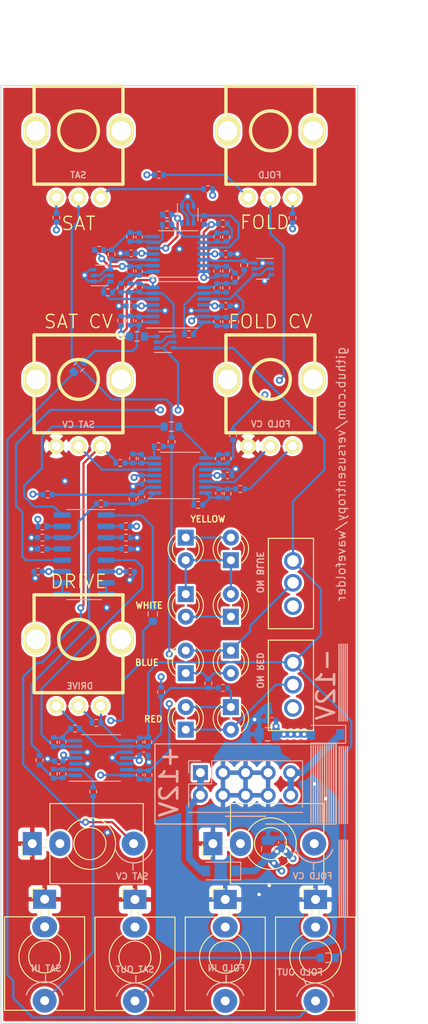
<source format=kicad_pcb>
(kicad_pcb (version 20211014) (generator pcbnew)
  (layers (0 "F.Cu" signal) (1 "In1.Cu" signal) (2 "In2.Cu" signal) (31 "B.Cu" signal) (34 "B.Paste" user) (35 "F.Paste" user) (36 "B.SilkS" user "B.Silkscreen") (37 "F.SilkS" user "F.Silkscreen") (38 "B.Mask" user) (39 "F.Mask" user) (44 "Edge.Cuts" user))
  (net 0 "")
  (net 1 "+12V")
  (net 2 "GNDREF")
  (net 3 "-12V")
  (net 4 "Net-(C5006-Pad1)")
  (net 5 "Net-(C5002-Pad1)")
  (net 6 "Net-(C5002-Pad2)")
  (net 7 "Net-(C5003-Pad1)")
  (net 8 "Net-(C5003-Pad2)")
  (net 9 "Net-(J5001-PadT)")
  (net 11 "Net-(C5004-Pad1)")
  (net 13 "Net-(C5004-Pad2)")
  (net 14 "Net-(C5005-Pad1)")
  (net 15 "Net-(C5005-Pad2)")
  (net 16 "Net-(C5006-Pad2)")
  (net 17 "Net-(C5007-Pad1)")
  (net 18 "Net-(C5023-Pad1)")
  (net 19 "Net-(C5023-Pad2)")
  (net 20 "Net-(C5024-Pad1)")
  (net 21 "Net-(R5003-Pad2)")
  (net 22 "Net-(C5025-Pad1)")
  (net 23 "Net-(C5025-Pad2)")
  (net 24 "Net-(C5026-Pad1)")
  (net 25 "Net-(C5007-Pad2)")
  (net 26 "Net-(C5026-Pad2)")
  (net 27 "Net-(C5008-Pad1)")
  (net 28 "Net-(C5017-Pad1)")
  (net 29 "Net-(J5002-PadT)")
  (net 30 "Net-(R5002-Pad1)")
  (net 31 "Net-(C5017-Pad2)")
  (net 32 "Net-(C5018-Pad1)")
  (net 33 "Net-(C5018-Pad2)")
  (net 34 "Net-(U5001-Pad7)")
  (net 35 "Net-(U5001-Pad10)")
  (net 36 "Net-(C5019-Pad1)")
  (net 37 "Net-(C5019-Pad2)")
  (net 38 "Net-(C5020-Pad1)")
  (net 39 "Net-(C5008-Pad2)")
  (net 40 "Net-(R5005-Pad2)")
  (net 41 "Net-(R5009-Pad1)")
  (net 42 "Net-(R5013-Pad1)")
  (net 43 "Net-(R5015-Pad2)")
  (net 44 "Net-(R5016-Pad2)")
  (net 45 "Net-(C5020-Pad2)")
  (net 46 "Net-(C5021-Pad1)")
  (net 47 "Net-(C5021-Pad2)")
  (net 48 "Net-(R5017-Pad1)")
  (net 49 "Net-(C5024-Pad2)")
  (net 50 "Net-(D5002-Pad2)")
  (net 51 "Net-(D5001-Pad6)")
  (net 52 "Net-(D5003-Pad2)")
  (net 53 "Net-(D5001-Pad2)")
  (net 54 "Net-(D5003-Pad6)")
  (net 55 "Net-(D5005-Pad2)")
  (net 56 "Net-(D5005-Pad6)")
  (net 57 "Net-(D5008-Pad1)")
  (net 58 "Net-(D5008-Pad2)")
  (net 59 "Net-(D5010-Pad1)")
  (net 60 "Net-(D5004-Pad3)")
  (net 61 "Net-(D5010-Pad2)")
  (net 62 "Net-(J5003-PadT)")
  (net 67 "Net-(R5001-Pad1)")
  (net 68 "Net-(R5011-Pad2)")
  (net 69 "Net-(R5022-Pad1)")
  (net 70 "Net-(R5045-Pad2)")
  (net 71 "Net-(R5047-Pad2)")
  (net 72 "Net-(R5048-Pad2)")
  (net 73 "Net-(D5014-Pad1)")
  (net 74 "Net-(R5004-Pad2)")
  (net 75 "Net-(D5004-Pad1)")
  (net 76 "Net-(RV5002-Pad2)")
  (net 77 "Net-(D5012-Pad1)")
  (net 78 "Net-(RV5005-Pad2)")
  (net 79 "Net-(D5006-Pad1)")
  (net 80 "Net-(J5004-PadT)")
  (net 81 "Net-(J5005-PadT)")
  (net 82 "Net-(J5006-PadT)")
  (footprint "LED_THT:LED_D3.0mm" (layer "F.Cu") (at 83.185 123.185 -90)
    (fp_text reference "D5010" hide)
    (fp_text value "BLUE")
  )
  (footprint "__mysynthparts:Jack_3.5mm_QingPu_WQP-PJ398SM_Vertical_CircularHolesSMALL" (layer "F.Cu") (at 92.71 151.16)
    (fp_text reference "J5004" hide)
    (fp_text value "FOLD OUT")
  )
  (footprint "LED_THT:LED_D3.0mm" (layer "F.Cu") (at 83.185 119.38 90)
    (fp_text reference "D5012" hide)
    (fp_text value "WHITE")
  )
  (footprint "__mysynthparts:Jack_3.5mm_QingPu_WQP-PJ398SM_Vertical_CircularHolesSMALL" (layer "F.Cu") (at 62.23 151.13)
    (fp_text reference "J5005" hide)
    (fp_text value "SAT IN")
  )
  (footprint "__mysynthparts:RD901F-ALPHA-POT" (layer "F.Cu") (at 66.04 92.71)
    (fp_text reference "RV5005" hide)
    (fp_text value "SAT CV")
  )
  (footprint "__mysynthparts:RD901F-ALPHA-POT" (layer "F.Cu") (at 87.63 64.77)
    (fp_text reference "RV5001" hide)
    (fp_text value "FOLD")
  )
  (footprint "__mysynthparts:RD901F-ALPHA-POT" (layer "F.Cu") (at 66.04 121.92)
    (fp_text reference "RV5003" hide)
    (fp_text value "DRIVE")
  )
  (footprint "__mysynthparts:Jack_3.5mm_QingPu_WQP-PJ398SM_Vertical_CircularHolesSMALL" (layer "F.Cu") (at 60.84 144.88 90)
    (fp_text reference "J5002" hide)
    (fp_text value "SAT CV")
  )
  (footprint "__mysynthparts:RD901F-ALPHA-POT" (layer "F.Cu") (at 66.04 64.77)
    (fp_text reference "RV5004" hide)
    (fp_text value "SAT")
  )
  (footprint "LED_THT:LED_D3.0mm" (layer "F.Cu") (at 78.105 132.075 90)
    (fp_text reference "D5008" hide)
    (fp_text value "RED")
  )
  (footprint "LED_THT:LED_D3.0mm" (layer "F.Cu") (at 83.185 113.03 90)
    (fp_text reference "D5006" hide)
    (fp_text value "YELLOW")
  )
  (footprint "LED_THT:LED_D3.0mm" (layer "F.Cu") (at 83.185 129.535 -90)
    (fp_text reference "D5009" hide)
    (fp_text value "RED")
  )
  (footprint "__mysynthparts:SW_SPDT_2_5mm" (layer "F.Cu") (at 88.67 110.57)
    (fp_text reference "SW5003" hide)
    (fp_text value "SW_BLUE")
  )
  (footprint "__mysynthparts:RD901F-ALPHA-POT" (layer "F.Cu") (at 87.63 92.71)
    (fp_text reference "RV5002" hide)
    (fp_text value "FOLD CV")
  )
  (footprint "LED_THT:LED_D3.0mm" (layer "F.Cu") (at 78.105 125.725 90)
    (fp_text reference "D5011" hide)
    (fp_text value "BLUE")
  )
  (footprint "LED_THT:LED_D3.0mm" (layer "F.Cu") (at 78.105 116.84 -90)
    (fp_text reference "D5013" hide)
    (fp_text value "WHITE")
  )
  (footprint "LED_THT:LED_D3.0mm" (layer "F.Cu") (at 78.105 110.49 -90)
    (fp_text reference "D5007" hide)
    (fp_text value "YELLOW")
  )
  (footprint "__mysynthparts:Jack_3.5mm_QingPu_WQP-PJ398SM_Vertical_CircularHolesSMALL" (layer "F.Cu") (at 82.55 151.16)
    (fp_text reference "J5003" hide)
    (fp_text value "FOLD IN")
  )
  (footprint "__mysynthparts:SW_SPDT_2_5mm" (layer "F.Cu") (at 88.67 122.015)
    (fp_text reference "SW5002" hide)
    (fp_text value "SW_RED")
  )
  (footprint "__mysynthparts:Jack_3.5mm_QingPu_WQP-PJ398SM_Vertical_CircularHolesSMALL" (layer "F.Cu") (at 72.39 151.16)
    (fp_text reference "J5006" hide)
    (fp_text value "SAT OUT")
  )
  (footprint "__mysynthparts:Jack_3.5mm_QingPu_WQP-PJ398SM_Vertical_CircularHolesSMALL" (layer "F.Cu") (at 81.16 144.88 90)
    (fp_text reference "J5001" hide)
    (fp_text value "FOLD CV")
  )
  (footprint "Resistor_SMD:R_0402_1005Metric" (layer "B.Cu") (at 82.6458 86.235 -90)
    (fp_text reference "R5021" hide)
    (fp_text value "39k")
  )
  (footprint "Resistor_SMD:R_0402_1005Metric" (layer "B.Cu") (at 61.974 109.22 180)
    (fp_text reference "R5017" hide)
    (fp_text value "30k")
  )
  (footprint "Package_SO:TSSOP-14_4.4x5mm_P0.65mm" (layer "B.Cu") (at 77.2668 84.328)
    (fp_text reference "U5002" hide)
    (fp_text value "TL074")
  )
  (footprint "Capacitor_SMD:C_0805_2012Metric" (layer "B.Cu") (at 87.315 132.588)
    (fp_text reference "C5029" hide)
    (fp_text value "10uF")
  )
  (footprint "Resistor_SMD:R_0402_1005Metric" (layer "B.Cu") (at 82.6458 80.516 90)
    (fp_text reference "R5028" hide)
    (fp_text value "30k")
  )
  (footprint "Resistor_SMD:R_0402_1005Metric" (layer "B.Cu") (at 69.768 78.6638 -90)
    (fp_text reference "R5042" hide)
    (fp_text value "30k")
  )
  (footprint "Resistor_SMD:R_0402_1005Metric" (layer "B.Cu") (at 73.8886 133.4496 -90)
    (fp_text reference "R5059" hide)
    (fp_text value "100k")
  )
  (footprint "Capacitor_SMD:C_0402_1005Metric" (layer "B.Cu") (at 73.1266 101.628 90)
    (fp_text reference "C5004" hide)
    (fp_text value "22pF")
  )
  (footprint "Resistor_SMD:R_0402_1005Metric" (layer "B.Cu") (at 73.914 137.1874 90)
    (fp_text reference "R5024" hide)
    (fp_text value "100k")
  )
  (footprint "Package_SO:TSSOP-14_4.4x5mm_P0.65mm" (layer "B.Cu") (at 77.2668 78.613)
    (fp_text reference "U5003" hide)
    (fp_text value "TL074")
  )
  (footprint "Resistor_SMD:R_0402_1005Metric" (layer "B.Cu") (at 82.804 105.539 90)
    (fp_text reference "R5007" hide)
    (fp_text value "100k")
  )
  (footprint "Capacitor_SMD:C_0402_1005Metric" (layer "B.Cu") (at 81.6298 82.423 -90)
    (fp_text reference "C5006" hide)
    (fp_text value "30p")
  )
  (footprint "Capacitor_SMD:C_0402_1005Metric" (layer "B.Cu") (at 71.854 114.3 180)
    (fp_text reference "C5012" hide)
    (fp_text value "100n")
  )
  (footprint "Capacitor_SMD:C_0402_1005Metric" (layer "B.Cu") (at 72.8668 86.134 90)
    (fp_text reference "C5021" hide)
    (fp_text value "30p")
  )
  (footprint "Capacitor_SMD:C_0402_1005Metric" (layer "B.Cu") (at 82.8066 103.505 180)
    (fp_text reference "C5016" hide)
    (fp_text value "100n")
  )
  (footprint "Resistor_SMD:R_0402_1005Metric" (layer "B.Cu") (at 63.5508 74.5256 -90)
    (fp_text reference "R5009" hide)
    (fp_text value "10k")
  )
  (footprint "Capacitor_SMD:C_0402_1005Metric" (layer "B.Cu") (at 81.6298 86.205 90)
    (fp_text reference "C5020" hide)
    (fp_text value "30p")
  )
  (footprint "Resistor_SMD:R_0402_1005Metric" (layer "B.Cu") (at 79.502 106.807 180)
    (fp_text reference "R5012" hide)
    (fp_text value "47k")
  )
  (footprint "Capacitor_SMD:C_0402_1005Metric" (layer "B.Cu") (at 82.6178 84.455 180)
    (fp_text reference "C5014" hide)
    (fp_text value "100n")
  )
  (footprint "Capacitor_SMD:C_0402_1005Metric" (layer "B.Cu") (at 73.1012 105.918 -90)
    (fp_text reference "C5026" hide)
    (fp_text value "22pF")
  )
  (footprint "Diode_SMD:D_SOD-123" (layer "B.Cu") (at 82.042 147.955 180)
    (fp_text reference "D5002" hide)
    (fp_text value "D")
  )
  (footprint "Resistor_SMD:R_0402_1005Metric" (layer "B.Cu") (at 75.0824 69.723 180)
    (fp_text reference "R5002" hide)
    (fp_text value "10k")
  )
  (footprint "Resistor_SMD:R_0402_1005Metric" (layer "B.Cu") (at 67.691 139.0416 -90)
    (fp_text reference "R5054" hide)
    (fp_text value "100k")
  )
  (footprint "Resistor_SMD:R_0402_1005Metric" (layer "B.Cu") (at 82.296 127.381)
    (fp_text reference "R5052" hide)
    (fp_text value "47k")
  )
  (footprint "Capacitor_SMD:C_0402_1005Metric" (layer "B.Cu") (at 61.496 114.3 180)
    (fp_text reference "C5009" hide)
    (fp_text value "100n")
  )
  (footprint "Resistor_SMD:R_0402_1005Metric" (layer "B.Cu") (at 80.645 126.873 90)
    (fp_text reference "R5050" hide)
    (fp_text value "33k")
  )
  (footprint "Resistor_SMD:R_0402_1005Metric" (layer "B.Cu") (at 71.376 110.49 180)
    (fp_text reference "R5045" hide)
    (fp_text value "470")
  )
  (footprint "Resistor_SMD:R_0402_1005Metric" (layer "B.Cu") (at 83.6618 81.28 -90)
    (fp_text reference "R5023" hide)
    (fp_text value "30k")
  )
  (footprint "Resistor_SMD:R_0402_1005Metric" (layer "B.Cu") (at 63.246 133.475 90)
    (fp_text reference "R5029" hide)
    (fp_text value "75k")
  )
  (footprint "Resistor_SMD:R_0603_1608Metric" (layer "B.Cu") (at 72.6128 87.884)
    (fp_text reference "R5006" hide)
    (fp_text value "1k")
  )
  (footprint "Package_SO:TSSOP-14_4.4x5mm_P0.65mm" (layer "B.Cu") (at 68.58 135.255)
    (fp_text reference "U5005" hide)
    (fp_text value "TL074")
  )
  (footprint "Resistor_SMD:R_0402_1005Metric" (layer "B.Cu") (at 84.6778 79.885 90)
    (fp_text reference "R5019" hide)
    (fp_text value "30k")
  )
  (footprint "Resistor_SMD:R_0402_1005Metric" (layer "B.Cu") (at 61.974 111.76)
    (fp_text reference "R5047" hide)
    (fp_text value "470")
  )
  (footprint "Capacitor_SMD:C_0402_1005Metric" (layer "B.Cu") (at 81.8388 105.509 -90)
    (fp_text reference "C5002" hide)
    (fp_text value "22pF")
  )
  (footprint "Resistor_SMD:R_0603_1608Metric" (layer "B.Cu") (at 94.0694 157.7086)
    (fp_text reference "R5060" hide)
    (fp_text value "1k")
  )
  (footprint "Capacitor_SMD:C_0402_1005Metric" (layer "B.Cu") (at 71.955 78.5368 180)
    (fp_text reference "C5010" hide)
    (fp_text value "100n")
  )
  (footprint "Capacitor_SMD:C_0402_1005Metric" (layer "B.Cu") (at 73.1012 103.9876 -90)
    (fp_text reference "C5015" hide)
    (fp_text value "100n")
  )
  (footprint "Resistor_SMD:R_0402_1005Metric" (layer "B.Cu") (at 84.2538 105.029)
    (fp_text reference "R5010" hide)
    (fp_text value "100k")
  )
  (footprint "Package_TO_SOT_SMD:SOT-363_SC-70-6" (layer "B.Cu") (at 78.3278 74.168 -90)
    (fp_text reference "D5003" hide)
    (fp_text value "BAT54BRW")
  )
  (footprint "Resistor_SMD:R_0402_1005Metric" (layer "B.Cu") (at 75.3364 127.8362 -90)
    (fp_text reference "R5049" hide)
    (fp_text value "470")
  )
  (footprint "Resistor_SMD:R_0402_1005Metric" (layer "B.Cu") (at 71.8508 82.423 -90)
    (fp_text reference "R5026" hide)
    (fp_text value "30k")
  )
  (footprint "Resistor_SMD:R_0402_1005Metric" (layer "B.Cu") (at 61.974 110.49)
    (fp_text reference "R5048" hide)
    (fp_text value "470")
  )
  (footprint "Package_TO_SOT_SMD:SOT-363_SC-70-6" (layer "B.Cu") (at 86.7708 80.279 180)
    (fp_text reference "D5001" hide)
    (fp_text value "BAT54BRW")
  )
  (footprint "Capacitor_SMD:C_0402_1005Metric" (layer "B.Cu") (at 82.6178 78.613 180)
    (fp_text reference "C5013" hide)
    (fp_text value "100n")
  )
  (footprint "Resistor_SMD:R_0402_1005Metric" (layer "B.Cu") (at 75.989 74.168)
    (fp_text reference "R5037" hide)
    (fp_text value "30k")
  )
  (footprint "Package_SO:TSSOP-14_4.4x5mm_P0.65mm" (layer "B.Cu") (at 77.47 103.505)
    (fp_text reference "U5004" hide)
    (fp_text value "TL074")
  )
  (footprint "Resistor_SMD:R_0402_1005Metric" (layer "B.Cu") (at 90.1192 74.5744 90)
    (fp_text reference "R5005" hide)
    (fp_text value "10k")
  )
  (footprint "Capacitor_SMD:C_0805_2012Metric" (layer "B.Cu") (at 87.376 145.476 90)
    (fp_text reference "C5028" hide)
    (fp_text value "10uF")
  )
  (footprint "Capacitor_SMD:C_0402_1005Metric" (layer "B.Cu") (at 71.8788 84.455 180)
    (fp_text reference "C5011" hide)
    (fp_text value "100n")
  )
  (footprint "Resistor_SMD:R_0402_1005Metric" (layer "B.Cu") (at 71.376 111.76 180)
    (fp_text reference "R5044" hide)
    (fp_text value "470")
  )
  (footprint "Resistor_SMD:R_0402_1005Metric" (layer "B.Cu") (at 61.6458 135.509 -90)
    (fp_text reference "R5001" hide)
    (fp_text value "47k")
  )
  (footprint "Capacitor_SMD:C_0402_1005Metric" (layer "B.Cu") (at 72.8668 76.736 -90)
    (fp_text reference "C5019" hide)
    (fp_text value "30p")
  )
  (footprint "Package_TO_SOT_SMD:SOT-363_SC-70-6" (layer "B.Cu") (at 75.7878 88.519)
    (fp_text reference "D5004" hide)
    (fp_text value "BAT54BRW")
  )
  (footprint "Resistor_SMD:R_0603_1608Metric" (layer "B.Cu") (at 74.3966 119.0752 90)
    (fp_text reference "R5011" hide)
    (fp_text value "20k")
  )
  (footprint "Capacitor_SMD:C_0402_1005Metric" (layer "B.Cu") (at 64.262 133.477 90)
    (fp_text reference "C5025" hide)
    (fp_text value "22pF")
  )
  (footprint "Capacitor_SMD:C_0402_1005Metric" (layer "B.Cu") (at 88.9 144.752 90)
    (fp_text reference "C5027" hide)
    (fp_text value "100n")
  )
  (footprint "Capacitor_SMD:C_0402_1005Metric" (layer "B.Cu") (at 72.8668 82.395 -90)
    (fp_text reference "C5008" hide)
    (fp_text value "30p")
  )
  (footprint "Resistor_SMD:R_0402_1005Metric" (layer "B.Cu") (at 72.136 106.174 90)
    (fp_text reference "R5056" hide)
    (fp_text value "100k")
  )
  (footprint "Resistor_SMD:R_0402_1005Metric" (layer "B.Cu") (at 83.6618 86.233 90)
    (fp_text reference "R5035" hide)
    (fp_text value "30k")
  )
  (footprint "Resistor_SMD:R_0402_1005Metric" (layer "B.Cu") (at 72.1614 101.598 -90)
    (fp_text reference "R5018" hide)
    (fp_text value "100k")
  )
  (footprint "Resistor_SMD:R_0402_1005Metric" (layer "B.Cu") (at 82.6458 82.425 -90)
    (fp_text reference "R5027" hide)
    (fp_text value "30k")
  )
  (footprint "Capacitor_SMD:C_0402_1005Metric" (layer "B.Cu") (at 63.8074 135.5852 180)
    (fp_text reference "C5001" hide)
    (fp_text value "100n")
  )
  (footprint "Package_SO:SOIC-16_3.9x9.9mm_P1.27mm" (layer "B.Cu") (at 66.675 112.395 180)
    (fp_text reference "U5001" hide)
    (fp_text value "LM13700")
  )
  (footprint "Resistor_SMD:R_0402_1005Metric" (layer "B.Cu") (at 68.0466 131.318)
    (fp_text reference "R5013" hide)
    (fp_text value "10k")
  )
  (footprint "Resistor_SMD:R_0402_1005Metric" (layer "B.Cu") (at 76.5048 99.7184 90)
    (fp_text reference "R5015" hide)
    (fp_text value "100k")
  )
  (footprint "Resistor_SMD:R_0402_1005Metric" (layer "B.Cu") (at 71.8508 86.104 90)
    (fp_text reference "R5038" hide)
    (fp_text value "30k")
  )
  (footprint "Resistor_SMD:R_0402_1005Metric" (layer "B.Cu") (at 62.5582 105.6386 180)
    (fp_text reference "R5020" hide)
    (fp_text value "100k")
  )
  (footprint "Resistor_SMD:R_0603_1608Metric" (layer "B.Cu") (at 66.0908 91.2876 45)
    (fp_text reference "R5058" hide)
    (fp_text value "1k")
  )
  (footprint "Resistor_SMD:R_0402_1005Metric" (layer "B.Cu") (at 68.578 106.68)
    (fp_text reference "R5057" hide)
    (fp_text value "47k")
  )
  (footprint "Resistor_SMD:R_0402_1005Metric" (layer "B.Cu") (at 70.739 102.108 180)
    (fp_text reference "R5025" hide)
    (fp_text value "100k")
  )
  (footprint "Resistor_SMD:R_0402_1005Metric" (layer "B.Cu") (at 82.6458 76.708 -90)
    (fp_text reference "R5030" hide)
    (fp_text value "30k")
  )
  (footprint "Package_TO_SOT_SMD:SOT-363_SC-70-6" (layer "B.Cu") (at 68.6758 81.026)
    (fp_text reference "D5005" hide)
    (fp_text value "BAT54BRW")
  )
  (footprint "Resistor_SMD:R_0402_1005Metric" (layer "B.Cu") (at 83.439 99.0092 90)
    (fp_text reference "R5003" hide)
    (fp_text value "100k")
  )
  (footprint "Capacitor_SMD:C_0402_1005Metric" (layer "B.Cu") (at 81.8134 101.628 90)
    (fp_text reference "C5003" hide)
    (fp_text value "22pF")
  )
  (footprint "Resistor_SMD:R_0402_1005Metric" (layer "B.Cu") (at 80.2328 74.803 90)
    (fp_text reference "R5036" hide)
    (fp_text value "30k")
  )
  (footprint "Resistor_SMD:R_0402_1005Metric" (layer "B.Cu") (at 70.8348 86.106 -90)
    (fp_text reference "R5041" hide)
    (fp_text value "30k")
  )
  (footprint "Capacitor_SMD:C_0402_1005Metric" (layer "B.Cu") (at 73.3832 134.9502 180)
    (fp_text reference "C5022" hide)
    (fp_text value "100n")
  )
  (footprint "Capacitor_SMD:C_0402_1005Metric" (layer "B.Cu") (at 87.785 131.064)
    (fp_text reference "C5030" hide)
    (fp_text value "100n")
  )
  (footprint "Resistor_SMD:R_0402_1005Metric" (layer "B.Cu") (at 71.8508 76.708 -90)
    (fp_text reference "R5031" hide)
    (fp_text value "30k")
  )
  (footprint "Capacitor_SMD:C_0402_1005Metric" (layer "B.Cu") (at 81.6298 80.546 90)
    (fp_text reference "C5017" hide)
    (fp_text value "30p")
  )
  (footprint "Resistor_SMD:R_0402_1005Metric" (layer "B.Cu") (at 75.057 100.2284)
    (fp_text reference "R5046" hide)
    (fp_text value "47k")
  )
  (footprint "Resistor_SMD:R_0402_1005Metric" (layer "B.Cu") (at 82.804 101.598 -90)
    (fp_text reference "R5008" hide)
    (fp_text value "100k")
  )
  (footprint "Resistor_SMD:R_0402_1005Metric" (layer "B.Cu") (at 75.989 75.311)
    (fp_text reference "R5034" hide)
    (fp_text value "30k")
  )
  (footprint "Resistor_SMD:R_0402_1005Metric" (layer "B.Cu") (at 71.376 109.22)
    (fp_text reference "R5022" hide)
    (fp_text value "30k")
  )
  (footprint "Resistor_SMD:R_0402_1005Metric" (layer "B.Cu") (at 68.3436 78.1558)
    (fp_text reference "R5039" hide)
    (fp_text value "30k")
  )
  (footprint "Resistor_SMD:R_0402_1005Metric" (layer "B.Cu") (at 71.8508 80.516 90)
    (fp_text reference "R5014" hide)
    (fp_text value "30k")
  )
  (footprint "Resistor_SMD:R_0402_1005Metric" (layer "B.Cu") (at 80.6196 71.3232 180)
    (fp_text reference "R5016" hide)
    (fp_text value "10k")
  )
  (footprint "Resistor_SMD:R_0402_1005Metric" (layer "B.Cu") (at 82.2668 75.184 180)
    (fp_text reference "R5033" hide)
    (fp_text value "30k")
  )
  (footprint "Capacitor_SMD:C_0402_1005Metric" (layer "B.Cu") (at 72.9234 133.4796 -90)
    (fp_text reference "C5024" hide)
    (fp_text value "100p")
  )
  (footprint "Resistor_SMD:R_0402_1005Metric" (layer "B.Cu") (at 69.342 82.931 180)
    (fp_text reference "R5043" hide)
    (fp_text value "30k")
  )
  (footprint "Resistor_SMD:R_0402_1005Metric" (layer "B.Cu") (at 65.659 131.953)
    (fp_text reference "R5055" hide)
    (fp_text value "15k")
  )
  (footprint "Capacitor_SMD:C_0402_1005Metric" (layer "B.Cu") (at 81.6298 76.708 -90)
    (fp_text reference "C5018" hide)
    (fp_text value "30p")
  )
  (footprint "Diode_SMD:D_SOD-123" (layer "B.Cu") (at 93.853 132.588 180)
    (fp_text reference "D5014" hide)
    (fp_text value "D")
  )
  (footprint "Capacitor_SMD:C_0402_1005Metric" (layer "B.Cu") (at 72.9234 137.1574 -90)
    (fp_text reference "C5005" hide)
    (fp_text value "22pF")
  )
  (footprint "Resistor_SMD:R_0402_1005Metric" (layer "B.Cu") (at 78.4548 87.63)
    (fp_text reference "R5032" hide)
    (fp_text value "30k")
  )
  (footprint "__mysynthparts:eurorac_power-v2" (layer "B.Cu") (at 79.756 136.906 -90)
    (fp_text reference "J5007" hide)
    (fp_text value "PWR")
  )
  (footprint "Capacitor_SMD:C_0402_1005Metric" (layer "B.Cu") (at 64.262 137.005 -90)
    (fp_text reference "C5023" hide)
    (fp_text value "22pF")
  )
  (footprint "Resistor_SMD:R_0402_1005Metric" (layer "B.Cu") (at 70.8348 82.423 90)
    (fp_text reference "R5040" hide)
    (fp_text value "30k")
  )
  (footprint "Resistor_SMD:R_0402_1005Metric" (layer "B.Cu") (at 63.246 137.035 90)
    (fp_text reference "R5053" hide)
    (fp_text value "100k")
  )
  (footprint "Capacitor_SMD:C_0402_1005Metric" (layer "B.Cu") (at 72.8668 80.546 90)
    (fp_text reference "C5007" hide)
    (fp_text value "30p")
  )
  (footprint "Resistor_SMD:R_0603_1608Metric" (layer "B.Cu") (at 76.4926 98.0186 180)
    (fp_text reference "R5004" hide)
    (fp_text value "20k")
  )
  (gr_arc (start 74.324795 145.58025) (mid 72.260605 147.045894) (end 70.2056 145.5674) (layer "B.SilkS") (width 0.15))
  (gr_line (start 96.297 142.621) (end 96.297 133.985) (layer "B.SilkS") (width 0.15))
  (gr_line (start 95.607 153.121) (end 95.607 144.485) (layer "B.SilkS") (width 0.15))
  (gr_line (start 95.607 142.621) (end 95.607 133.985) (layer "B.SilkS") (width 0.15))
  (gr_line (start 95.837 142.621) (end 95.837 133.985) (layer "B.SilkS") (width 0.15))
  (gr_line (start 95.815138 131.102662) (end 95.815138 122.466662) (layer "B.SilkS") (width 0.15))
  (gr_line (start 62.3316 160.401) (end 62.3316 159.6136) (layer "B.SilkS") (width 0.15))
  (gr_line (start 96.067 142.621) (end 96.067 133.985) (layer "B.SilkS") (width 0.15))
  (gr_arc (start 90.601801 162.0266) (mid 92.665991 160.560956) (end 94.720996 162.03945) (layer "B.SilkS") (width 0.15))
  (gr_line (start 72.4916 160.528) (end 72.4916 159.7406) (layer "B.SilkS") (width 0.15))
  (gr_line (start 96.045138 131.102662) (end 96.045138 122.466662) (layer "B.SilkS") (width 0.15))
  (gr_line (start 95.355138 131.102662) (end 95.355138 122.466662) (layer "B.SilkS") (width 0.15))
  (gr_line (start 96.275138 131.102662) (end 96.275138 122.466662) (layer "B.SilkS") (width 0.15))
  (gr_line (start 92.4814 147.0279) (end 92.4814 147.8153) (layer "B.SilkS") (width 0.15))
  (gr_line (start 95.377 142.621) (end 95.377 133.985) (layer "B.SilkS") (width 0.15))
  (gr_arc (start 94.640399 145.5547) (mid 92.576209 147.020344) (end 90.521204 145.54185) (layer "B.SilkS") (width 0.15))
  (gr_line (start 82.6516 160.4518) (end 82.6516 159.6644) (layer "B.SilkS") (width 0.15))
  (gr_line (start 95.837 153.121) (end 95.837 144.485) (layer "B.SilkS") (width 0.15))
  (gr_line (start 91.6686 160.7693) (end 91.3638 160.0454) (layer "B.SilkS") (width 0.15))
  (gr_line (start 96.067 153.121) (end 96.067 144.485) (layer "B.SilkS") (width 0.15))
  (gr_arc (start 70.332601 162.0012) (mid 72.396791 160.535556) (end 74.451796 162.01405) (layer "B.SilkS") (width 0.15))
  (gr_line (start 72.165796 147.05345) (end 72.165796 147.84085) (layer "B.SilkS") (width 0.15))
  (gr_line (start 95.585138 131.102662) (end 95.585138 122.466662) (layer "B.SilkS") (width 0.15))
  (gr_line (start 96.297 153.121) (end 96.297 144.485) (layer "B.SilkS") (width 0.15))
  (gr_arc (start 60.172601 161.8742) (mid 62.236791 160.408556) (end 64.291796 161.88705) (layer "B.SilkS") (width 0.15))
  (gr_arc (start 80.492601 161.925) (mid 82.556791 160.459356) (end 84.611796 161.93785) (layer "B.SilkS") (width 0.15))
  (gr_line (start 95.377 153.121) (end 95.377 144.485) (layer "B.SilkS") (width 0.15))
  (gr_rect (start 57.32 59.69) (end 97.47 165.1) (layer "Edge.Cuts") (width 0.1) (fill none))
  (gr_text "SAT CV" (at 72.089596 148.55205) (layer "B.SilkS") (effects (font (size 0.7 0.7)) (justify mirror)))
  (gr_text "DRIVE" (at 66.1924 127.1778) (layer "B.SilkS") (effects (font (size 0.7 0.7)) (justify mirror)))
  (gr_text "FOLD IN" (at 82.677 158.877) (layer "B.SilkS") (effects (font (size 0.7 0.7)) (justify mirror)))
  (gr_text "FOLD CV" (at 87.6808 97.7392) (layer "B.SilkS") (effects (font (size 0.7 0.7)) (justify mirror)))
  (gr_text "ON BLUE" (at 86.4616 114.4016 -90) (layer "B.SilkS") (effects (font (size 0.7 0.7) (thickness 0.175)) (justify mirror)))
  (gr_text "FOLD OUT" (at 90.9574 159.3342) (layer "B.SilkS") (effects (font (size 0.7 0.7)) (justify mirror)))
  (gr_text "ON RED" (at 86.4616 125.4252 -90) (layer "B.SilkS") (effects (font (size 0.7 0.7) (thickness 0.175)) (justify mirror)))
  (gr_text "SAT CV" (at 66.04 97.79) (layer "B.SilkS") (effects (font (size 0.7 0.7)) (justify mirror)))
  (gr_text "github.com/versusentropy/wavefolder" (at 95.5802 103.3526 90) (layer "B.SilkS") (effects (font (size 1 1)) (justify mirror)))
  (gr_text "SAT IN" (at 62.4078 158.9024) (layer "B.SilkS") (effects (font (size 0.7 0.7)) (justify mirror)))
  (gr_text "SAT" (at 66.0146 69.7484) (layer "B.SilkS") (effects (font (size 0.7 0.7)) (justify mirror)))
  (gr_text "FOLD" (at 87.5538 69.7484) (layer "B.SilkS") (effects (font (size 0.7 0.7)) (justify mirror)))
  (gr_text "SAT OUT" (at 72.39 159.0294) (layer "B.SilkS") (effects (font (size 0.7 0.7)) (justify mirror)))
  (gr_text "FOLD CV" (at 92.3798 148.5265) (layer "B.SilkS") (effects (font (size 0.7 0.7)) (justify mirror)))
  (gr_text "WHITE" (at 73.9902 118.11) (layer "F.SilkS") (effects (font (size 0.7 0.7))))
  (gr_text "BLUE" (at 73.7362 124.5362) (layer "F.SilkS") (effects (font (size 0.7 0.7))))
  (gr_text "RED" (at 74.4474 130.8862) (layer "F.SilkS") (effects (font (size 0.7 0.7))))
  (gr_text "YELLOW" (at 80.5942 108.4072) (layer "F.SilkS") (effects (font (size 0.7 0.7))))
  (via (at 73.7362 69.723) (size 0.8) (drill 0.4) (layers "F.Cu" "B.Cu") (net 1))
  (via (at 61.464 108.4366) (size 0.8) (drill 0.4) (layers "F.Cu" "B.Cu") (net 1))
  (via (at 62.6872 114.3) (size 0.8) (drill 0.4) (layers "F.Cu" "B.Cu") (net 1))
  (via (at 90.17 146.558) (size 0.8) (drill 0.4) (layers "F.Cu" "B.Cu") (net 1))
  (via (at 88.9 147.955) (size 0.8) (drill 0.4) (layers "F.Cu" "B.Cu") (net 1))
  (via (at 72.5678 109.22) (size 0.8) (drill 0.4) (layers "F.Cu" "B.Cu") (net 1))
  (via (at 89.3445 145.7325) (size 0.8) (drill 0.4) (layers "F.Cu" "B.Cu") (net 1))
  (via (at 88.364 145.768) (size 0.8) (drill 0.4) (layers "F.Cu" "B.Cu") (net 1))
  (via (at 88.0135 147.0635) (size 0.8) (drill 0.4) (layers "F.Cu" "B.Cu") (net 1))
  (via (at 73.12232 84.45348) (size 0.8) (drill 0.4) (layers "F.Cu" "B.Cu") (net 1))
  (via (at 73.1462 78.5368) (size 0.8) (drill 0.4) (layers "F.Cu" "B.Cu") (net 1))
  (via (at 64.3636 134.9248) (size 0.8) (drill 0.4) (layers "F.Cu" "B.Cu") (net 1))
  (via (at 72.2884 103.7336) (size 0.8) (drill 0.4) (layers "F.Cu" "B.Cu") (net 1))
  (via (at 63.5508 75.9206) (size 0.8) (drill 0.4) (layers "F.Cu" "B.Cu") (net 1))
  (segment (start 88.364 145.768) (end 88.9 145.232) (width 0.75) (layer "B.Cu") (net 1))
  (segment (start 64.6938 135.255) (end 64.3636 134.9248) (width 0.25) (layer "B.Cu") (net 1))
  (segment (start 61.464 109.22) (end 61.464 108.4366) (width 0.25) (layer "B.Cu") (net 1))
  (segment (start 73.1012 103.5076) (end 72.5144 103.5076) (width 0.25) (layer "B.Cu") (net 1))
  (segment (start 74.27882 84.45348) (end 74.4043 84.328) (width 0.25) (layer "B.Cu") (net 1))
  (segment (start 74.5724 69.723) (end 73.7362 69.723) (width 0.25) (layer "B.Cu") (net 1))
  (segment (start 64.2 114.3) (end 62.6872 114.3) (width 0.25) (layer "B.Cu") (net 1))
  (segment (start 64.6176 135.255) (end 65.7175 135.255) (width 0.25) (layer "B.Cu") (net 1))
  (segment (start 85.847 147.955) (end 87.376 146.426) (width 0.75) (layer "B.Cu") (net 1))
  (segment (start 88.0135 147.0635) (end 88.519 147.569) (width 0.75) (layer "B.Cu") (net 1))
  (segment (start 63.5508 75.0356) (end 63.5508 75.9206) (width 0.25) (layer "B.Cu") (net 1))
  (segment (start 88.9 145.288) (end 89.3445 145.7325) (width 0.75) (layer "B.Cu") (net 1))
  (segment (start 73.1012 103.5076) (end 74.6049 103.5076) (width 0.25) (layer "B.Cu") (net 1))
  (segment (start 72.5144 103.5076) (end 72.2884 103.7336) (width 0.25) (layer "B.Cu") (net 1))
  (segment (start 62.6872 114.3) (end 61.976 114.3) (width 0.25) (layer "B.Cu") (net 1))
  (segment (start 73.1462 78.5368) (end 74.3281 78.5368) (width 0.25) (layer "B.Cu") (net 1))
  (segment (start 64.3636 134.9248) (end 64.3636 135.509) (width 0.25) (layer "B.Cu") (net 1))
  (segment (start 83.692 147.955) (end 85.847 147.955) (width 0.75) (layer "B.Cu") (net 1))
  (segment (start 88.9 145.232) (end 88.9 145.288) (width 0.75) (layer "B.Cu") (net 1))
  (segment (start 87.706 146.426) (end 88.364 145.768) (width 0.75) (layer "B.Cu") (net 1))
  (segment (start 87.376 146.426) (end 87.706 146.426) (width 0.75) (layer "B.Cu") (net 1))
  (segment (start 89.3445 145.7325) (end 90.17 146.558) (width 0.75) (layer "B.Cu") (net 1))
  (segment (start 64.2874 135.5852) (end 64.6176 135.255) (width 0.25) (layer "B.Cu") (net 1))
  (segment (start 74.3281 78.5368) (end 74.4043 78.613) (width 0.25) (layer "B.Cu") (net 1))
  (segment (start 74.6049 103.5076) (end 74.6075 103.505) (width 0.25) (layer "B.Cu") (net 1))
  (segment (start 71.886 109.22) (end 72.5678 109.22) (width 0.25) (layer "B.Cu") (net 1))
  (segment (start 87.376 146.426) (end 88.0135 147.0635) (width 0.75) (layer "B.Cu") (net 1))
  (segment (start 73.12232 84.45348) (end 74.27882 84.45348) (width 0.25) (layer "B.Cu") (net 1))
  (segment (start 72.435 78.5368) (end 73.1462 78.5368) (width 0.25) (layer "B.Cu") (net 1))
  (segment (start 72.36032 84.45348) (end 73.12232 84.45348) (width 0.25) (layer "B.Cu") (net 1))
  (segment (start 72.3588 84.455) (end 72.36032 84.45348) (width 0.25) (layer "B.Cu") (net 1))
  (segment (start 88.519 147.574) (end 88.9 147.955) (width 0.75) (layer "B.Cu") (net 1))
  (segment (start 88.519 147.569) (end 88.519 147.574) (width 0.75) (layer "B.Cu") (net 1))
  (via (at 71.8058 115.2398) (size 0.8) (drill 0.4) (layers "F.Cu" "B.Cu") (net 2))
  (via (at 86.36 150.5966) (size 0.8) (drill 0.4) (layers "F.Cu" "B.Cu") (net 2))
  (via (at 75.7728 84.978) (size 0.8) (drill 0.4) (layers "F.Cu" "B.Cu") (net 2))
  (via (at 70.5808 84.455) (size 0.8) (drill 0.4) (layers "F.Cu" "B.Cu") (net 2))
  (via (at 73.9648 135.7376) (size 0.8) (drill 0.4) (layers "F.Cu" "B.Cu") (net 2))
  (via (at 83.7888 84.455) (size 0.8) (drill 0.4) (layers "F.Cu" "B.Cu") (net 2))
  (via (at 72.6948 111.76) (size 0.8) (drill 0.4) (layers "F.Cu" "B.Cu") (net 2))
  (via (at 86.9993 81.6505) (size 0.8) (drill 0.4) (layers "F.Cu" "B.Cu") (net 2))
  (via (at 64.516 104.14) (size 0.8) (drill 0.4) (layers "F.Cu" "B.Cu") (net 2))
  (via (at 83.7184 102.7684) (size 0.8) (drill 0.4) (layers "F.Cu" "B.Cu") (net 2))
  (via (at 93.853 139.827) (size 0.8) (drill 0.4) (layers "F.Cu" "B.Cu") (net 2))
  (via (at 77.3938 78.0542) (size 0.8) (drill 0.4) (layers "F.Cu" "B.Cu") (net 2))
  (via (at 78.7238 84.978) (size 0.8) (drill 0.4) (layers "F.Cu" "B.Cu") (net 2))
  (via (at 92.583 138.176) (size 0.8) (drill 0.4) (layers "F.Cu" "B.Cu") (net 2))
  (via (at 86.7708 79.644) (size 0.8) (drill 0.4) (layers "F.Cu" "B.Cu") (net 2))
  (via (at 69.215 118.364) (size 0.8) (drill 0.4) (layers "F.Cu" "B.Cu") (net 2))
  (via (at 61.1759 115.0493) (size 0.8) (drill 0.4) (layers "F.Cu" "B.Cu") (net 2))
  (via (at 60.7314 110.49) (size 0.8) (drill 0.4) (layers "F.Cu" "B.Cu") (net 2))
  (via (at 85.852 130.937) (size 0.8) (drill 0.4) (layers "F.Cu" "B.Cu") (net 2))
  (via (at 69.85 135.2296) (size 0.8) (drill 0.4) (layers "F.Cu" "B.Cu") (net 2))
  (via (at 60.7314 111.76) (size 0.8) (drill 0.4) (layers "F.Cu" "B.Cu") (net 2))
  (via (at 70.7586 78.5368) (size 0.8) (drill 0.4) (layers "F.Cu" "B.Cu") (net 2))
  (via (at 66.72 81.0006) (size 0.8) (drill 0.4) (layers "F.Cu" "B.Cu") (net 2))
  (via (at 69.2912 143.637) (size 0.8) (drill 0.4) (layers "F.Cu" "B.Cu") (net 2))
  (via (at 67.0202 134.605) (size 0.8) (drill 0.4) (layers "F.Cu" "B.Cu") (net 2))
  (via (at 78.3278 72.1614) (size 0.8) (drill 0.4) (layers "F.Cu" "B.Cu") (net 2))
  (via (at 72.1741 104.7369) (size 0.8) (drill 0.4) (layers "F.Cu" "B.Cu") (net 2))
  (via (at 87.503 149.5806) (size 0.8) (drill 0.4) (layers "F.Cu" "B.Cu") (net 2))
  (via (at 72.6186 110.49) (size 0.8) (drill 0.4) (layers "F.Cu" "B.Cu") (net 2))
  (via (at 62.5602 135.3566) (size 0.8) (drill 0.4) (layers "F.Cu" "B.Cu") (net 2))
  (via (at 83.9158 78.613) (size 0.8) (drill 0.4) (layers "F.Cu" "B.Cu") (net 2))
  (via (at 67.0456 135.905) (size 0.8) (drill 0.4) (layers "F.Cu" "B.Cu") (net 2))
  (segment (start 66.72 80.9498) (end 67.2938 80.376) (width 0.25) (layer "B.Cu") (net 2))
  (segment (start 66.72 81.2452) (end 66.72 81.0006) (width 0.25) (layer "B.Cu") (net 2))
  (segment (start 77.6778 73.72774) (end 77.6778 73.218) (width 0.25) (layer "B.Cu") (net 2))
  (segment (start 83.0978 78.613) (end 83.9158 78.613) (width 0.25) (layer "B.Cu") (net 2))
  (segment (start 86.3958 80.279) (end 86.7708 79.904) (width 0.25) (layer "B.Cu") (net 2))
  (segment (start 77.6778 73.218) (end 77.6778 72.8114) (width 0.25) (layer "B.Cu") (net 2))
  (segment (start 83.3882 103.0986) (end 83.7184 102.7684) (width 0.25) (layer "B.Cu") (net 2))
  (segment (start 83.2866 103.0986) (end 83.3882 103.0986) (width 0.25) (layer "B.Cu") (net 2))
  (segment (start 66.72 81.0006) (end 66.72 80.9498) (width 0.25) (layer "B.Cu") (net 2))
  (segment (start 73.4138 104.155) (end 73.1012 104.4676) (width 0.25) (layer "B.Cu") (net 2))
  (segment (start 80.407011 102.780489) (end 82.968489 102.780489) (width 0.25) (layer "B.Cu") (net 2))
  (segment (start 74.4043 84.978) (end 75.7728 84.978) (width 0.25) (layer "B.Cu") (net 2))
  (segment (start 80.1293 84.978) (end 78.7238 84.978) (width 0.25) (layer "B.Cu") (net 2))
  (segment (start 78.9778 72.8114) (end 78.3278 72.1614) (width 0.25) (layer "B.Cu") (net 2))
  (segment (start 72.334 114.3) (end 72.334 114.7116) (width 0.25) (layer "B.Cu") (net 2))
  (segment (start 72.334 114.7116) (end 71.8058 115.2398) (width 0.25) (layer "B.Cu") (net 2))
  (segment (start 67.2938 80.376) (end 67.7258 80.376) (width 0.25) (layer "B.Cu") (net 2))
  (segment (start 70.4746 134.605) (end 71.4425 134.605) (width 0.25) (layer "B.Cu") (net 2))
  (segment (start 65.7175 135.905) (end 67.0456 135.905) (width 0.25) (layer "B.Cu") (net 2))
  (segment (start 67.1508 81.676) (end 66.72 81.2452) (width 0.25) (layer "B.Cu") (net 2))
  (segment (start 78.3278 74.37774) (end 77.6778 73.72774) (width 0.25) (layer "B.Cu") (net 2))
  (segment (start 71.886 111.76) (end 72.6948 111.76) (width 0.25) (layer "B.Cu") (net 2))
  (segment (start 73.858 135.001) (end 73.858 135.6308) (width 0.25) (layer "B.Cu") (net 2))
  (segment (start 69.85 135.2296) (end 70.5254 135.905) (width 0.25) (layer "B.Cu") (net 2))
  (segment (start 67.7258 81.676) (end 67.1508 81.676) (width 0.25) (layer "B.Cu") (net 2))
  (segment (start 68.451778 81.676) (end 67.7258 81.676) (width 0.25) (layer "B.Cu") (net 2))
  (segment (start 78.9778 73.218) (end 78.9778 72.8114) (width 0.25) (layer "B.Cu") (net 2))
  (segment (start 69.101778 81.026) (end 68.451778 81.676) (width 0.25) (layer "B.Cu") (net 2))
  (segment (start 71.3988 84.455) (end 70.5808 84.455) (width 0.25) (layer "B.Cu") (net 2))
  (segment (start 73.858 135.6308) (end 73.9648 135.7376) (width 0.25) (layer "B.Cu") (net 2))
  (segment (start 86.7708 79.904) (end 86.7708 79.644) (width 0.25) (layer "B.Cu") (net 2))
  (segment (start 83.2866 103.0986) (end 83.2866 103.505) (width 0.25) (layer "B.Cu") (net 2))
  (segment (start 78.3278 75.118) (end 78.3278 74.37774) (width 0.25) (layer "B.Cu") (net 2))
  (segment (start 77.6778 72.8114) (end 78.3278 72.1614) (width 0.25) (layer "B.Cu") (net 2))
  (segment (start 71.886 110.49) (end 72.6186 110.49) (width 0.25) (layer "B.Cu") (net 2))
  (segment (start 73.1012 104.4676) (end 72.4434 104.4676) (width 0.25) (layer "B.Cu") (net 2))
  (segment (start 61.016 114.8894) (end 61.1759 115.0493) (width 0.25) (layer "B.Cu") (net 2))
  (segment (start 61.464 111.76) (end 60.7314 111.76) (width 0.25) (layer "B.Cu") (net 2))
  (segment (start 71.475 78.5368) (end 70.7586 78.5368) (width 0.25) (layer "B.Cu") (net 2))
  (segment (start 63.302 135.5852) (end 62.7888 135.5852) (width 0.25) (layer "B.Cu") (net 2))
  (segment (start 70.5254 135.905) (end 71.4425 135.905) (width 0.25) (layer "B.Cu") (net 2))
  (segment (start 85.8208 80.279) (end 86.3958 80.279) (width 0.25) (layer "B.Cu") (net 2))
  (segment (start 61.016 114.3) (end 61.016 114.8894) (width 0.25) (layer "B.Cu") (net 2))
  (segment (start 69.85 135.2296) (end 70.4746 134.605) (width 0.25) (layer "B.Cu") (net 2))
  (segment (start 74.6075 104.155) (end 73.4138 104.155) (width 0.25) (layer "B.Cu") (net 2))
  (segment (start 87.7208 80.929) (end 86.9993 81.6505) (width 0.25) (layer "B.Cu") (net 2))
  (segment (start 69.6258 81.026) (end 69.101778 81.026) (width 0.25) (layer "B.Cu") (net 2))
  (segment (start 87.7208 79.629) (end 86.7858 79.629) (width 0.25) (layer "B.Cu") (net 2))
  (segment (start 61.464 110.49) (end 60.7314 110.49) (width 0.25) (layer "B.Cu") (net 2))
  (segment (start 80.3325 102.855) (end 80.407011 102.780489) (width 0.25) (layer "B.Cu") (net 2))
  (segment (start 62.7888 135.5852) (end 62.5602 135.3566) (width 0.25) (layer "B.Cu") (net 2))
  (segment (start 72.4434 104.4676) (end 72.1741 104.7369) (width 0.25) (layer "B.Cu") (net 2))
  (segment (start 83.0978 84.455) (end 83.7888 84.455) (width 0.25) (layer "B.Cu") (net 2))
  (segment (start 65.7175 134.605) (end 67.0202 134.605) (width 0.25) (layer "B.Cu") (net 2))
  (segment (start 82.968489 102.780489) (end 83.2866 103.0986) (width 0.25) (layer "B.Cu") (net 2))
  (via (at 89.154 132.588) (size 0.8) (drill 0.4) (layers "F.Cu" "B.Cu") (net 3))
  (via (at 81.3758 78.613) (size 0.8) (drill 0.4) (layers "F.Cu" "B.Cu") (net 3))
  (via (at 90.678 132.588) (size 0.8) (drill 0.4) (layers "F.Cu" "B.Cu") (net 3))
  (via (at 90.1192 75.7936) (size 0.8) (drill 0.4) (layers "F.Cu" "B.Cu") (net 3))
  (via (at 81.1296 72.011) (size 0.8) (drill 0.4) (layers "F.Cu" "B.Cu") (net 3))
  (via (at 88.265 131.699) (size 0.8) (drill 0.4) (layers "F.Cu" "B.Cu") (net 3))
  (via (at 70.6374 114.3) (size 0.8) (drill 0.4) (layers "F.Cu" "B.Cu") (net 3))
  (via (at 91.44 132.588) (size 0.8) (drill 0.4) (layers "F.Cu" "B.Cu") (net 3))
  (via (at 81.3758 84.455) (size 0.8) (drill 0.4) (layers "F.Cu" "B.Cu") (net 3))
  (via (at 81.6356 103.505) (size 0.8) (drill 0.4) (layers "F.Cu" "B.Cu") (net 3))
  (via (at 72.8726 135.5344) (size 0.8) (drill 0.4) (layers "F.Cu" "B.Cu") (net 3))
  (via (at 89.916 132.588) (size 0.8) (drill 0.4) (layers "F.Cu" "B.Cu") (net 3))
  (segment (start 81.2488 84.455) (end 81.3758 84.455) (width 0.25) (layer "B.Cu") (net 3))
  (segment (start 89.154 132.588) (end 89.916 132.588) (width 0.75) (layer "B.Cu") (net 3))
  (segment (start 81.1218 84.328) (end 81.2488 84.455) (width 0.25) (layer "B.Cu") (net 3))
  (segment (start 72.8726 135.5344) (end 72.8726 134.9808) (width 0.25) (layer "B.Cu") (net 3))
  (segment (start 88.265 131.699) (end 88.265 131.064) (width 0.5) (layer "B.Cu") (net 3))
  (segment (start 72.5984 135.255) (end 72.5984 135.2602) (width 0.25) (layer "B.Cu") (net 3))
  (segment (start 81.1296 71.3232) (end 81.1296 72.011) (width 0.25) (layer "B.Cu") (net 3))
  (segment (start 72.5984 135.2602) (end 72.8726 135.5344) (width 0.25) (layer "B.Cu") (net 3))
  (segment (start 81.6356 103.505) (end 82.3266 103.505) (width 0.25) (layer "B.Cu") (net 3))
  (segment (start 71.4425 135.255) (end 72.5984 135.255) (width 0.25) (layer "B.Cu") (net 3))
  (segment (start 89.916 132.588) (end 90.678 132.588) (width 0.75) (layer "B.Cu") (net 3))
  (segment (start 90.678 132.588) (end 91.44 132.588) (width 0.75) (layer "B.Cu") (net 3))
  (segment (start 82.1378 78.613) (end 81.3758 78.613) (width 0.25) (layer "B.Cu") (net 3))
  (segment (start 88.265 132.588) (end 88.265 131.699) (width 0.5) (layer "B.Cu") (net 3))
  (segment (start 72.5984 135.255) (end 72.9032 134.9502) (width 0.25) (layer "B.Cu") (net 3))
  (segment (start 80.1293 84.328) (end 81.1218 84.328) (width 0.25) (layer "B.Cu") (net 3))
  (segment (start 81.3758 84.455) (end 82.1378 84.455) (width 0.25) (layer "B.Cu") (net 3))
  (segment (start 91.44 132.588) (end 92.203 132.588) (width 0.75) (layer "B.Cu") (net 3))
  (segment (start 69.15 114.3) (end 70.6374 114.3) (width 0.25) (layer "B.Cu") (net 3))
  (segment (start 90.1192 75.0844) (end 90.1192 75.7936) (width 0.25) (layer "B.Cu") (net 3))
  (segment (start 70.6374 114.3) (end 71.374 114.3) (width 0.25) (layer "B.Cu") (net 3))
  (segment (start 81.3758 78.613) (end 80.1293 78.613) (width 0.25) (layer "B.Cu") (net 3))
  (segment (start 80.3325 103.505) (end 81.6356 103.505) (width 0.25) (layer "B.Cu") (net 3))
  (segment (start 88.265 132.588) (end 89.154 132.588) (width 0.75) (layer "B.Cu") (net 3))
  (segment (start 81.6298 81.943) (end 82.6178 81.943) (width 0.25) (layer "B.Cu") (net 4))
  (segment (start 81.2768 82.296) (end 81.6298 81.943) (width 0.25) (layer "B.Cu") (net 4))
  (segment (start 82.6458 81.915) (end 83.5368 81.915) (width 0.25) (layer "B.Cu") (net 4))
  (segment (start 84.6778 80.774) (end 83.6618 81.79) (width 0.25) (layer "B.Cu") (net 4))
  (segment (start 82.6178 81.943) (end 82.6458 81.915) (width 0.25) (layer "B.Cu") (net 4))
  (segment (start 80.1293 82.296) (end 81.2768 82.296) (width 0.25) (layer "B.Cu") (net 4))
  (segment (start 83.5368 81.915) (end 83.6618 81.79) (width 0.25) (layer "B.Cu") (net 4))
  (segment (start 84.6778 80.395) (end 84.6778 80.774) (width 0.25) (layer "B.Cu") (net 4))
  (segment (start 81.8388 105.029) (end 81.6148 104.805) (width 0.25) (layer "B.Cu") (net 5))
  (segment (start 81.6148 104.805) (end 80.3325 104.805) (width 0.25) (layer "B.Cu") (net 5))
  (segment (start 81.8388 105.029) (end 83.7438 105.029) (width 0.25) (layer "B.Cu") (net 5))
  (segment (start 80.3325 105.455) (end 80.8665 105.989) (width 0.25) (layer "B.Cu") (net 6))
  (segment (start 80.012 106.807) (end 80.0485 106.807) (width 0.25) (layer "B.Cu") (net 6))
  (segment (start 81.8388 105.989) (end 82.744 105.989) (width 0.25) (layer "B.Cu") (net 6))
  (segment (start 80.0485 106.807) (end 80.8665 105.989) (width 0.25) (layer "B.Cu") (net 6))
  (segment (start 80.8665 105.989) (end 81.8388 105.989) (width 0.25) (layer "B.Cu") (net 6))
  (segment (start 78.992 106.807) (end 78.992 102.6434) (width 0.25) (layer "B.Cu") (net 7))
  (segment (start 83.44852 101.46348) (end 82.804 102.108) (width 0.25) (layer "B.Cu") (net 7))
  (segment (start 83.44852 99.52872) (end 83.44852 101.46348) (width 0.25) (layer "B.Cu") (net 7))
  (segment (start 78.992 102.6434) (end 79.4304 102.205) (width 0.25) (layer "B.Cu") (net 7))
  (segment (start 82.707 102.205) (end 82.804 102.108) (width 0.25) (layer "B.Cu") (net 7))
  (segment (start 79.4304 102.205) (end 80.3325 102.205) (width 0.25) (layer "B.Cu") (net 7))
  (segment (start 83.439 99.5192) (end 83.44852 99.52872) (width 0.25) (layer "B.Cu") (net 7))
  (segment (start 80.3325 102.205) (end 82.707 102.205) (width 0.25) (layer "B.Cu") (net 7))
  (segment (start 81.4064 101.555) (end 81.8134 101.148) (width 0.25) (layer "B.Cu") (net 8))
  (segment (start 80.3325 101.555) (end 81.4064 101.555) (width 0.25) (layer "B.Cu") (net 8))
  (segment (start 82.744 101.148) (end 82.804 101.088) (width 0.25) (layer "B.Cu") (net 8))
  (segment (start 80.3325 101.0335) (end 80.3325 101.555) (width 0.25) (layer "B.Cu") (net 8))
  (segment (start 81.8134 101.148) (end 82.744 101.148) (width 0.25) (layer "B.Cu") (net 8))
  (segment (start 77.3176 98.0186) (end 80.3325 101.0335) (width 0.25) (layer "B.Cu") (net 8))
  (segment (start 85.311 105.029) (end 90.13 100.21) (width 0.25) (layer "B.Cu") (net 9))
  (segment (start 84.7638 105.029) (end 85.311 105.029) (width 0.25) (layer "B.Cu") (net 9))
  (segment (start 71.249 102.108) (end 74.5105 102.108) (width 0.25) (layer "B.Cu") (net 11))
  (segment (start 74.5105 102.108) (end 74.6075 102.205) (width 0.25) (layer "B.Cu") (net 11))
  (segment (start 73.5336 101.555) (end 73.1266 101.148) (width 0.25) (layer "B.Cu") (net 13))
  (segment (start 74.6075 101.555) (end 73.5336 101.555) (width 0.25) (layer "B.Cu") (net 13))
  (segment (start 74.547 100.2284) (end 74.547 101.4945) (width 0.25) (layer "B.Cu") (net 13))
  (segment (start 72.1614 101.088) (end 73.0666 101.088) (width 0.25) (layer "B.Cu") (net 13))
  (segment (start 73.0666 101.088) (end 73.1266 101.148) (width 0.25) (layer "B.Cu") (net 13))
  (via (at 76.2508 123.571) (size 0.8) (drill 0.4) (layers "F.Cu" "B.Cu") (net 14))
  (via (at 76.2508 129.159) (size 0.8) (drill 0.4) (layers "F.Cu" "B.Cu") (net 14))
  (segment (start 74.049614 136.6774) (end 73.914 136.6774) (width 0.25) (layer "B.Cu") (net 14))
  (segment (start 76.5048 100.2284) (end 76.5048 111.09613) (width 0.25) (layer "B.Cu") (net 14))
  (segment (start 76.2508 111.35013) (end 76.2508 123.571) (width 0.25) (layer "B.Cu") (net 14))
  (segment (start 71.5649 136.6774) (end 71.4425 136.555) (width 0.25) (layer "B.Cu") (net 14))
  (segment (start 72.9234 136.6774) (end 73.914 136.6774) (width 0.25) (layer "B.Cu") (net 14))
  (segment (start 76.5048 111.09613) (end 76.2508 111.35013) (width 0.25) (layer "B.Cu") (net 14))
  (segment (start 76.2508 134.476214) (end 74.049614 136.6774) (width 0.25) (layer "B.Cu") (net 14))
  (segment (start 72.9234 136.6774) (end 71.5649 136.6774) (width 0.25) (layer "B.Cu") (net 14))
  (segment (start 75.567 100.2284) (end 76.5048 100.2284) (width 0.25) (layer "B.Cu") (net 14))
  (segment (start 76.2508 129.159) (end 76.2508 134.476214) (width 0.25) (layer "B.Cu") (net 14))
  (via (at 68.5292 137.1854) (size 0.8) (drill 0.4) (layers "F.Cu" "B.Cu") (net 15))
  (via (at 69.6722 131.064) (size 0.8) (drill 0.4) (layers "F.Cu" "B.Cu") (net 15))
  (segment (start 74.3966 119.9002) (end 73.3298 120.967) (width 0.25) (layer "B.Cu") (net 15))
  (segment (start 73.3298 120.967) (end 73.3298 124.2822) (width 0.25) (layer "B.Cu") (net 15))
  (segment (start 68.5292 137.1854) (end 71.4229 137.1854) (width 0.25) (layer "B.Cu") (net 15))
  (segment (start 73.3298 124.2822) (end 71.0438 126.5682) (width 0.25) (layer "B.Cu") (net 15))
  (segment (start 71.4425 137.205) (end 72.491 137.205) (width 0.25) (layer "B.Cu") (net 15))
  (segment (start 71.0438 130.9116) (end 70.8914 131.064) (width 0.25) (layer "B.Cu") (net 15))
  (segment (start 72.9234 137.6374) (end 73.854 137.6374) (width 0.25) (layer "B.Cu") (net 15))
  (segment (start 70.8914 131.064) (end 69.6722 131.064) (width 0.25) (layer "B.Cu") (net 15))
  (segment (start 71.0438 126.5682) (end 71.0438 130.9116) (width 0.25) (layer "B.Cu") (net 15))
  (segment (start 72.491 137.205) (end 72.9234 137.6374) (width 0.25) (layer "B.Cu") (net 15))
  (segment (start 77.9448 87.63) (end 77.9448 84.33) (width 0.25) (layer "B.Cu") (net 16))
  (segment (start 77.9448 84.33) (end 79.2468 83.028) (width 0.25) (layer "B.Cu") (net 16))
  (segment (start 80.1293 82.946) (end 82.6348 82.946) (width 0.25) (layer "B.Cu") (net 16))
  (segment (start 79.2468 83.028) (end 80.1293 83.028) (width 0.25) (layer "B.Cu") (net 16))
  (segment (start 82.6348 82.946) (end 82.6458 82.935) (width 0.25) (layer "B.Cu") (net 16))
  (segment (start 70.8348 81.913) (end 71.7218 81.026) (width 0.25) (layer "B.Cu") (net 17))
  (segment (start 74.4043 80.563) (end 74.29678 80.67052) (width 0.25) (layer "B.Cu") (net 17))
  (segment (start 69.9478 82.8) (end 70.8348 81.913) (width 0.25) (layer "B.Cu") (net 17))
  (segment (start 69.9478 82.931) (end 69.9478 82.8) (width 0.25) (layer "B.Cu") (net 17))
  (segment (start 74.29678 80.67052) (end 73.22228 80.67052) (width 0.25) (layer "B.Cu") (net 17))
  (segment (start 73.22228 80.67052) (end 72.8668 81.026) (width 0.25) (layer "B.Cu") (net 17))
  (segment (start 72.8668 81.026) (end 71.8508 81.026) (width 0.25) (layer "B.Cu") (net 17))
  (segment (start 71.7218 81.026) (end 71.8508 81.026) (width 0.25) (layer "B.Cu") (net 17))
  (segment (start 65.7175 136.555) (end 63.276 136.555) (width 0.25) (layer "B.Cu") (net 18))
  (segment (start 67.7144 138.5062) (end 67.7144 137.864039) (width 0.25) (layer "B.Cu") (net 18))
  (segment (start 66.405361 136.555) (end 65.7175 136.555) (width 0.25) (layer "B.Cu") (net 18))
  (segment (start 67.7144 137.864039) (end 66.405361 136.555) (width 0.25) (layer "B.Cu") (net 18))
  (segment (start 64.262 137.485) (end 63.306 137.485) (width 0.25) (layer "B.Cu") (net 19))
  (segment (start 61.72 136.019) (end 63.246 137.545) (width 0.25) (layer "B.Cu") (net 19))
  (segment (start 61.6458 136.019) (end 61.72 136.019) (width 0.25) (layer "B.Cu") (net 19))
  (segment (start 65.7175 137.205) (end 64.542 137.205) (width 0.25) (layer "B.Cu") (net 19))
  (segment (start 64.542 137.205) (end 64.262 137.485) (width 0.25) (layer "B.Cu") (net 19))
  (segment (start 93.3196 121.4054) (end 90.17 124.555) (width 0.25) (layer "B.Cu") (net 20))
  (segment (start 75.05779 124.500489) (end 90.115489 124.500489) (width 0.25) (layer "B.Cu") (net 20))
  (segment (start 96.012 134.6454) (end 96.7232 133.9342) (width 0.25) (layer "B.Cu") (net 20))
  (segment (start 90.17 113.11) (end 93.3196 116.2596) (width 0.25) (layer "B.Cu") (net 20))
  (segment (start 73.8886 132.9396) (end 73.8886 125.669679) (width 0.25) (layer "B.Cu") (net 20))
  (segment (start 93.7006 102.8954) (end 90.17 106.426) (width 0.25) (layer "B.Cu") (net 20))
  (segment (start 95.9932 156.6992) (end 94.8944 157.798) (width 0.25) (layer "B.Cu") (net 20))
  (segment (start 90.115489 124.500489) (end 90.17 124.555) (width 0.25) (layer "B.Cu") (net 20))
  (segment (start 71.4425 133.305) (end 72.618 133.305) (width 0.25) (layer "B.Cu") (net 20))
  (segment (start 68.5566 131.318) (end 68.5566 129.4366) (width 0.25) (layer "B.Cu") (net 20))
  (segment (start 95.9932 156.6992) (end 96.012 156.6804) (width 0.25) (layer "B.Cu") (net 20))
  (segment (start 76.7378 89.169) (end 83.4286 89.169) (width 0.25) (layer "B.Cu") (net 20))
  (segment (start 96.012 156.6804) (end 96.012 134.6454) (width 0.25) (layer "B.Cu") (net 20))
  (segment (start 93.3196 116.2596) (end 93.3196 121.4054) (width 0.25) (layer "B.Cu") (net 20))
  (segment (start 72.618 133.305) (end 72.9234 132.9996) (width 0.25) (layer "B.Cu") (net 20))
  (segment (start 83.4286 89.169) (end 93.7006 99.441) (width 0.25) (layer "B.Cu") (net 20))
  (segment (start 90.17 106.426) (end 90.17 113.11) (width 0.25) (layer "B.Cu") (net 20))
  (segment (start 71.4425 133.305) (end 70.5436 133.305) (width 0.25) (layer "B.Cu") (net 20))
  (segment (start 73.8886 125.669679) (end 75.05779 124.500489) (width 0.25) (layer "B.Cu") (net 20))
  (segment (start 70.5436 133.305) (end 68.5566 131.318) (width 0.25) (layer "B.Cu") (net 20))
  (segment (start 96.7232 131.1082) (end 96.7232 133.9342) (width 0.25) (layer "B.Cu") (net 20))
  (segment (start 72.9234 132.9996) (end 73.8286 132.9996) (width 0.25) (layer "B.Cu") (net 20))
  (segment (start 90.17 124.555) (end 96.7232 131.1082) (width 0.25) (layer "B.Cu") (net 20))
  (segment (start 93.7006 99.441) (end 93.7006 102.8954) (width 0.25) (layer "B.Cu") (net 20))
  (via (at 88.646 92.8116) (size 0.8) (drill 0.4) (layers "F.Cu" "B.Cu") (net 21))
  (via (at 87.0204 94.4372) (size 0.8) (drill 0.4) (layers "F.Cu" "B.Cu") (net 21))
  (segment (start 83.439 98.4992) (end 83.439 98.0186) (width 0.25) (layer "B.Cu") (net 21))
  (segment (start 89.1286 77.8002) (end 89.1286 92.329) (width 0.25) (layer "B.Cu") (net 21))
  (segment (start 83.439 98.0186) (end 87.0204 94.4372) (width 0.25) (layer "B.Cu") (net 21))
  (segment (start 87.63 76.3016) (end 89.1286 77.8002) (width 0.25) (layer "B.Cu") (net 21))
  (segment (start 87.63 72.27) (end 87.63 76.3016) (width 0.25) (layer "B.Cu") (net 21))
  (segment (start 89.1286 92.329) (end 88.646 92.8116) (width 0.25) (layer "B.Cu") (net 21))
  (segment (start 73.2282 116.1542) (end 61.8744 127.508) (width 0.25) (layer "B.Cu") (net 22))
  (segment (start 69.15 113.03) (end 72.4408 113.03) (width 0.25) (layer "B.Cu") (net 22))
  (segment (start 65.7175 133.955) (end 63.276 133.955) (width 0.25) (layer "B.Cu") (net 22))
  (segment (start 61.8744 127.508) (end 61.8744 132.6134) (width 0.25) (layer "B.Cu") (net 22))
  (segment (start 73.2282 113.8174) (end 73.2282 116.1542) (width 0.25) (layer "B.Cu") (net 22))
  (segment (start 72.4408 113.03) (end 73.2282 113.8174) (width 0.25) (layer "B.Cu") (net 22))
  (segment (start 61.8744 132.6134) (end 63.246 133.985) (width 0.25) (layer "B.Cu") (net 22))
  (segment (start 64.262 132.997) (end 64.262 132.84) (width 0.25) (layer "B.Cu") (net 23))
  (segment (start 65.7175 133.305) (end 64.57 133.305) (width 0.25) (layer "B.Cu") (net 23))
  (segment (start 64.262 132.997) (end 63.278 132.997) (width 0.25) (layer "B.Cu") (net 23))
  (segment (start 64.57 133.305) (end 64.262 132.997) (width 0.25) (layer "B.Cu") (net 23))
  (segment (start 64.262 132.84) (end 65.149 131.953) (width 0.25) (layer "B.Cu") (net 23))
  (segment (start 73.7342 104.805) (end 74.6075 104.805) (width 0.25) (layer "B.Cu") (net 24))
  (segment (start 72.136 105.664) (end 63.0936 105.664) (width 0.25) (layer "B.Cu") (net 24))
  (segment (start 72.136 105.664) (end 72.8752 105.664) (width 0.25) (layer "B.Cu") (net 24))
  (segment (start 73.1012 105.438) (end 73.7342 104.805) (width 0.25) (layer "B.Cu") (net 24))
  (segment (start 72.8752 105.664) (end 73.1012 105.438) (width 0.25) (layer "B.Cu") (net 24))
  (segment (start 68.6504 79.1464) (end 69.51 80.006) (width 0.25) (layer "F.Cu") (net 25))
  (segment (start 69.51 80.006) (end 70.9658 80.006) (width 0.25) (layer "F.Cu") (net 25))
  (via (at 68.6504 79.1464) (size 0.8) (drill 0.4) (layers "F.Cu" "B.Cu") (net 25))
  (via (at 70.9658 80.006) (size 0.8) (drill 0.4) (layers "F.Cu" "B.Cu") (net 25))
  (segment (start 68.6504 78.922459) (end 68.6504 79.1464) (width 0.25) (layer "B.Cu") (net 25))
  (segment (start 71.8508 80.006) (end 72.8068 80.006) (width 0.25) (layer "B.Cu") (net 25))
  (segment (start 67.8336 78.1558) (end 67.883741 78.1558) (width 0.25) (layer "B.Cu") (net 25))
  (segment (start 67.883741 78.1558) (end 68.6504 78.922459) (width 0.25) (layer "B.Cu") (net 25))
  (segment (start 71.8508 80.006) (end 70.9658 80.006) (width 0.25) (layer "B.Cu") (net 25))
  (segment (start 74.4043 79.913) (end 73.0198 79.913) (width 0.25) (layer "B.Cu") (net 25))
  (segment (start 73.0198 79.913) (end 72.8668 80.066) (width 0.25) (layer "B.Cu") (net 25))
  (segment (start 72.136 106.684) (end 69.092 106.684) (width 0.25) (layer "B.Cu") (net 26))
  (segment (start 72.8152 106.684) (end 73.1012 106.398) (width 0.25) (layer "B.Cu") (net 26))
  (segment (start 72.136 106.684) (end 72.8152 106.684) (width 0.25) (layer "B.Cu") (net 26))
  (segment (start 73.6645 106.398) (end 73.1012 106.398) (width 0.25) (layer "B.Cu") (net 26))
  (segment (start 74.6075 105.455) (end 73.6645 106.398) (width 0.25) (layer "B.Cu") (net 26))
  (segment (start 72.7263 81.5475) (end 71.4698 82.804) (width 0.25) (layer "F.Cu") (net 27))
  (segment (start 71.4698 82.804) (end 71.4698 86.995) (width 0.25) (layer "F.Cu") (net 27))
  (segment (start 74.4043 81.5475) (end 72.7263 81.5475) (width 0.25) (layer "F.Cu") (net 27))
  (segment (start 71.4698 86.995) (end 70.8348 87.63) (width 0.25) (layer "F.Cu") (net 27))
  (via (at 70.8348 87.63) (size 0.8) (drill 0.4) (layers "F.Cu" "B.Cu") (net 27))
  (via (at 74.4043 81.5475) (size 0.8) (drill 0.4) (layers "F.Cu" "B.Cu") (net 27))
  (segment (start 74.4043 82.378) (end 74.4043 81.5475) (width 0.25) (layer "B.Cu") (net 27))
  (segment (start 70.8348 86.616) (end 70.8348 87.63) (width 0.25) (layer "B.Cu") (net 27))
  (segment (start 70.8348 87.757) (end 70.9618 87.884) (width 0.25) (layer "B.Cu") (net 27))
  (segment (start 73.1208 81.915) (end 72.8668 81.915) (width 0.25) (layer "B.Cu") (net 27))
  (segment (start 70.8348 87.63) (end 70.8348 87.757) (width 0.25) (layer "B.Cu") (net 27))
  (segment (start 70.9618 87.884) (end 71.7878 87.884) (width 0.25) (layer "B.Cu") (net 27))
  (segment (start 74.4043 82.378) (end 73.5838 82.378) (width 0.25) (layer "B.Cu") (net 27))
  (segment (start 72.8668 81.915) (end 71.8528 81.915) (width 0.25) (layer "B.Cu") (net 27))
  (segment (start 73.5838 82.378) (end 73.1208 81.915) (width 0.25) (layer "B.Cu") (net 27))
  (segment (start 71.8528 81.915) (end 71.8508 81.913) (width 0.25) (layer "B.Cu") (net 27))
  (segment (start 80.1293 76.1765) (end 80.1293 81.2565) (width 0.25) (layer "F.Cu") (net 28))
  (segment (start 80.9948 75.311) (end 80.1293 76.1765) (width 0.25) (layer "F.Cu") (net 28))
  (via (at 80.1293 81.2565) (size 0.8) (drill 0.4) (layers "F.Cu" "B.Cu") (net 28))
  (via (at 80.9948 75.311) (size 0.8) (drill 0.4) (layers "F.Cu" "B.Cu") (net 28))
  (segment (start 80.1293 80.563) (end 80.1293 81.2565) (width 0.25) (layer "B.Cu") (net 28))
  (segment (start 81.7568 75.311) (end 80.9948 75.311) (width 0.25) (layer "B.Cu") (net 28))
  (segment (start 80.1293 81.2565) (end 81.3993 81.2565) (width 0.25) (layer "B.Cu") (net 28))
  (segment (start 81.6298 81.026) (end 82.6458 81.026) (width 0.25) (layer "B.Cu") (net 28))
  (segment (start 80.2348 75.311) (end 80.2328 75.313) (width 0.25) (layer "B.Cu") (net 28))
  (segment (start 81.3993 81.2565) (end 81.6298 81.026) (width 0.25) (layer "B.Cu") (net 28))
  (segment (start 80.9948 75.311) (end 80.2348 75.311) (width 0.25) (layer "B.Cu") (net 28))
  (segment (start 68.54 100.21) (end 66.5988 102.1512) (width 0.25) (layer "F.Cu") (net 29))
  (segment (start 66.5988 102.1512) (end 66.5988 118.0846) (width 0.25) (layer "F.Cu") (net 29))
  (segment (start 66.8274 142.4686) (end 69.8286 142.4686) (width 0.25) (layer "F.Cu") (net 29))
  (segment (start 66.5988 118.0846) (end 66.294 118.3894) (width 0.25) (layer "F.Cu") (net 29))
  (segment (start 69.8286 142.4686) (end 72.24 144.88) (width 0.25) (layer "F.Cu") (net 29))
  (via (at 66.8274 142.4686) (size 0.8) (drill 0.4) (layers "F.Cu" "B.Cu") (net 29))
  (via (at 66.294 118.3894) (size 0.8) (drill 0.4) (layers "F.Cu" "B.Cu") (net 29))
  (segment (start 66.8274 142.4686) (end 66.294 142.4686) (width 0.25) (layer "B.Cu") (net 29))
  (segment (start 61.38724 124.5616) (end 61.8998 124.5616) (width 0.25) (layer "B.Cu") (net 29))
  (segment (start 59.817 135.9916) (end 59.817 126.131839) (width 0.25) (layer "B.Cu") (net 29))
  (segment (start 68.54 100.21) (end 70.229 101.899) (width 0.25) (layer "B.Cu") (net 29))
  (segment (start 66.294 119.654839) (end 66.294 118.3894) (width 0.25) (layer "B.Cu") (net 29))
  (segment (start 59.817 126.131839) (end 61.38724 124.5616) (width 0.25) (layer "B.Cu") (net 29))
  (segment (start 61.8998 124.5616) (end 63.84062 122.62078) (width 0.25) (layer "B.Cu") (net 29))
  (segment (start 63.84062 122.62078) (end 63.84062 122.10822) (width 0.25) (layer "B.Cu") (net 29))
  (segment (start 70.229 101.899) (end 70.229 102.108) (width 0.25) (layer "B.Cu") (net 29))
  (segment (start 63.84062 122.10822) (end 66.294 119.654839) (width 0.25) (layer "B.Cu") (net 29))
  (segment (start 66.294 142.4686) (end 59.817 135.9916) (width 0.25) (layer "B.Cu") (net 29))
  (segment (start 82.583 69.723) (end 85.13 72.27) (width 0.25) (layer "B.Cu") (net 30))
  (segment (start 75.5924 69.723) (end 82.583 69.723) (width 0.25) (layer "B.Cu") (net 30))
  (segment (start 82.6458 80.006) (end 81.6898 80.006) (width 0.25) (layer "B.Cu") (net 31))
  (segment (start 82.8978 80.006) (end 83.6618 80.77) (width 0.25) (layer "B.Cu") (net 31))
  (segment (start 80.1293 79.913) (end 81.4768 79.913) (width 0.25) (layer "B.Cu") (net 31))
  (segment (start 82.6458 80.006) (end 82.8978 80.006) (width 0.25) (layer "B.Cu") (net 31))
  (segment (start 76.499 75.311) (end 76.499 75.188) (width 0.25) (layer "B.Cu") (net 32))
  (segment (start 81.6298 76.228) (end 82.6158 76.228) (width 0.25) (layer "B.Cu") (net 32))
  (segment (start 76.499 75.188) (end 75.479 74.168) (width 0.25) (layer "B.Cu") (net 32))
  (segment (start 81.1948 76.663) (end 81.6298 76.228) (width 0.25) (layer "B.Cu") (net 32))
  (segment (start 80.1293 76.663) (end 77.851 76.663) (width 0.25) (layer "B.Cu") (net 32))
  (segment (start 80.1293 76.663) (end 81.1948 76.663) (width 0.25) (layer "B.Cu") (net 32))
  (segment (start 77.851 76.663) (end 76.499 75.311) (width 0.25) (layer "B.Cu") (net 32))
  (segment (start 82.7768 75.311) (end 83.29032 75.82452) (width 0.25) (layer "B.Cu") (net 33))
  (segment (start 83.29032 75.82452) (end 83.29032 76.69848) (width 0.25) (layer "B.Cu") (net 33))
  (segment (start 82.6458 77.343) (end 83.29032 76.69848) (width 0.25) (layer "B.Cu") (net 33))
  (segment (start 82.6158 77.313) (end 82.6458 77.343) (width 0.25) (layer "B.Cu") (net 33))
  (segment (start 80.1293 77.313) (end 82.6158 77.313) (width 0.25) (layer "B.Cu") (net 33))
  (segment (start 69.15 115.57) (end 69.15 116.84) (width 0.25) (layer "B.Cu") (net 34))
  (segment (start 64.2 115.57) (end 64.2 116.84) (width 0.25) (layer "B.Cu") (net 35))
  (segment (start 73.2738 76.663) (end 72.8668 76.256) (width 0.25) (layer "B.Cu") (net 36))
  (segment (start 69.766 78.1558) (end 69.768 78.1538) (width 0.25) (layer "B.Cu") (net 36))
  (segment (start 71.7238 76.198) (end 69.768 78.1538) (width 0.25) (layer "B.Cu") (net 36))
  (segment (start 71.8508 76.198) (end 71.7238 76.198) (width 0.25) (layer "B.Cu") (net 36))
  (segment (start 74.4043 76.663) (end 73.2738 76.663) (width 0.25) (layer "B.Cu") (net 36))
  (segment (start 68.8536 78.1558) (end 69.766 78.1558) (width 0.25) (layer "B.Cu") (net 36))
  (segment (start 72.8668 76.256) (end 71.9088 76.256) (width 0.25) (layer "B.Cu") (net 36))
  (segment (start 75.092161 77.313) (end 74.4043 77.313) (width 0.25) (layer "B.Cu") (net 37))
  (segment (start 75.479 76.926161) (end 75.092161 77.313) (width 0.25) (layer "B.Cu") (net 37))
  (segment (start 75.479 75.311) (end 75.479 76.926161) (width 0.25) (layer "B.Cu") (net 37))
  (segment (start 71.8508 77.218) (end 74.3093 77.218) (width 0.25) (layer "B.Cu") (net 37))
  (segment (start 82.6458 86.745) (end 83.6598 86.745) (width 0.25) (layer "B.Cu") (net 38))
  (segment (start 81.6298 86.685) (end 82.5858 86.685) (width 0.25) (layer "B.Cu") (net 38))
  (segment (start 83.6598 86.745) (end 83.6618 86.743) (width 0.25) (layer "B.Cu") (net 38))
  (segment (start 78.9648 87.63) (end 78.9648 87.4425) (width 0.25) (layer "B.Cu") (net 38))
  (segment (start 80.1293 86.278) (end 81.2228 86.278) (width 0.25) (layer "B.Cu") (net 38))
  (segment (start 78.9648 87.4425) (end 80.1293 86.278) (width 0.25) (layer "B.Cu") (net 38))
  (segment (start 81.2228 86.278) (end 81.6298 86.685) (width 0.25) (layer "B.Cu") (net 38))
  (segment (start 73.0198 83.028) (end 72.8668 82.875) (width 0.25) (layer "B.Cu") (net 39))
  (segment (start 75.361822 88.519) (end 76.011822 87.869) (width 0.25) (layer "B.Cu") (net 39))
  (segment (start 76.7378 87.869) (end 76.7378 84.262) (width 0.25) (layer "B.Cu") (net 39))
  (segment (start 72.8668 82.875) (end 70.8928 82.875) (width 0.25) (layer "B.Cu") (net 39))
  (segment (start 74.8378 88.519) (end 75.361822 88.519) (width 0.25) (layer "B.Cu") (net 39))
  (segment (start 76.011822 87.869) (end 76.7378 87.869) (width 0.25) (layer "B.Cu") (net 39))
  (segment (start 74.4043 83.028) (end 73.0198 83.028) (width 0.25) (layer "B.Cu") (net 39))
  (segment (start 76.7378 84.262) (end 75.5038 83.028) (width 0.25) (layer "B.Cu") (net 39))
  (segment (start 75.5038 83.028) (end 74.4043 83.028) (width 0.25) (layer "B.Cu") (net 39))
  (segment (start 90.13 74.0536) (end 90.1192 74.0644) (width 0.25) (layer "B.Cu") (net 40))
  (segment (start 90.13 72.27) (end 90.13 74.0536) (width 0.25) (layer "B.Cu") (net 40))
  (segment (start 63.54 74.0048) (end 63.5508 74.0156) (width 0.25) (layer "B.Cu") (net 41))
  (segment (start 63.54 72.27) (end 63.54 74.0048) (width 0.25) (layer "B.Cu") (net 41))
  (segment (start 67.5366 131.318) (end 67.5366 130.9166) (width 0.25) (layer "B.Cu") (net 42))
  (segment (start 67.5366 130.9166) (end 66.04 129.42) (width 0.25) (layer "B.Cu") (net 42))
  (segment (start 66.04 74.9808) (end 65.278 75.7428) (width 0.25) (layer "B.Cu") (net 43))
  (segment (start 69.76398 94.96078) (end 75.87962 94.96078) (width 0.25) (layer "B.Cu") (net 43))
  (segment (start 66.04 72.27) (end 66.04 74.9808) (width 0.25) (layer "B.Cu") (net 43))
  (segment (start 76.5048 95.585961) (end 76.5048 99.2084) (width 0.25) (layer "B.Cu") (net 43))
  (segment (start 75.87962 94.96078) (end 76.5048 95.585961) (width 0.25) (layer "B.Cu") (net 43))
  (segment (start 65.278 90.4748) (end 69.76398 94.96078) (width 0.25) (layer "B.Cu") (net 43))
  (segment (start 65.278 75.7428) (end 65.278 90.4748) (width 0.25) (layer "B.Cu") (net 43))
  (segment (start 80.1096 71.3232) (end 69.4868 71.3232) (width 0.25) (layer "B.Cu") (net 44))
  (segment (start 69.4868 71.3232) (end 68.54 72.27) (width 0.25) (layer "B.Cu") (net 44))
  (via (at 75.2602 96.139) (size 0.8) (drill 0.4) (layers "F.Cu" "B.Cu") (net 45))
  (via (at 78.7654 86.1314) (size 0.8) (drill 0.4) (layers "F.Cu" "B.Cu") (net 45))
  (segment (start 59.7154 112.6236) (end 59.7154 107.6198) (width 0.25) (layer "B.Cu") (net 45))
  (segment (start 62.865 96.139) (end 75.2602 96.139) (width 0.25) (layer "B.Cu") (net 45))
  (segment (start 80.1293 85.628) (end 81.5328 85.628) (width 0.25) (layer "B.Cu") (net 45))
  (segment (start 79.2688 85.628) (end 80.1293 85.628) (width 0.25) (layer "B.Cu") (net 45))
  (segment (start 60.1218 113.03) (end 59.7154 112.6236) (width 0.25) (layer "B.Cu") (net 45))
  (segment (start 59.0042 99.9998) (end 62.865 96.139) (width 0.25) (layer "B.Cu") (net 45))
  (segment (start 78.7654 86.1314) (end 79.2688 85.628) (width 0.25) (layer "B.Cu") (net 45))
  (segment (start 59.7154 107.6198) (end 59.0042 106.9086) (width 0.25) (layer "B.Cu") (net 45))
  (segment (start 64.2 113.03) (end 60.1218 113.03) (width 0.25) (layer "B.Cu") (net 45))
  (segment (start 81.6298 85.725) (end 82.6458 85.725) (width 0.25) (layer "B.Cu") (net 45))
  (segment (start 59.0042 106.9086) (end 59.0042 99.9998) (width 0.25) (layer "B.Cu") (net 45))
  (segment (start 81.5328 85.628) (end 81.6298 85.725) (width 0.25) (layer "B.Cu") (net 45))
  (segment (start 72.8668 86.614) (end 72.8668 87.0516) (width 0.25) (layer "B.Cu") (net 46))
  (segment (start 74.4043 86.278) (end 73.2028 86.278) (width 0.25) (layer "B.Cu") (net 46))
  (segment (start 73.2028 86.278) (end 72.8668 86.614) (width 0.25) (layer "B.Cu") (net 46))
  (segment (start 72.6186 87.2998) (end 72.6186 89.0524) (width 0.25) (layer "B.Cu") (net 46))
  (segment (start 72.1614 89.5096) (end 72.6186 89.0524) (width 0.25) (layer "B.Cu") (net 46))
  (segment (start 72.8668 87.0516) (end 72.6186 87.2998) (width 0.25) (layer "B.Cu") (net 46))
  (segment (start 66.674163 90.704237) (end 67.8688 89.5096) (width 0.25) (layer "B.Cu") (net 46))
  (segment (start 67.8688 89.5096) (end 72.1614 89.5096) (width 0.25) (layer "B.Cu") (net 46))
  (segment (start 71.8508 86.614) (end 72.8668 86.614) (width 0.25) (layer "B.Cu") (net 46))
  (segment (start 74.4043 85.628) (end 70.8668 85.628) (width 0.25) (layer "B.Cu") (net 47))
  (segment (start 62.484 109.22) (end 64.2 109.22) (width 0.25) (layer "B.Cu") (net 48))
  (segment (start 75.3364 128.4478) (end 76.4012 127.383) (width 0.25) (layer "B.Cu") (net 49))
  (segment (start 73.8886 133.9596) (end 75.3364 132.5118) (width 0.25) (layer "B.Cu") (net 49))
  (segment (start 71.4425 133.955) (end 68.171 133.955) (width 0.25) (layer "B.Cu") (net 49))
  (segment (start 71.4425 133.955) (end 73.884 133.955) (width 0.25) (layer "B.Cu") (net 49))
  (segment (start 80.645 127.383) (end 81.784 127.383) (width 0.25) (layer "B.Cu") (net 49))
  (segment (start 75.3364 132.5118) (end 75.3364 128.4478) (width 0.25) (layer "B.Cu") (net 49))
  (segment (start 68.171 133.955) (end 66.169 131.953) (width 0.25) (layer "B.Cu") (net 49))
  (segment (start 81.784 127.383) (end 81.786 127.381) (width 0.25) (layer "B.Cu") (net 49))
  (segment (start 76.4012 127.383) (end 80.645 127.383) (width 0.25) (layer "B.Cu") (net 49))
  (segment (start 73.884 133.955) (end 73.8886 133.9596) (width 0.25) (layer "B.Cu") (net 49))
  (segment (start 66.169 131.953) (end 63.636 129.42) (width 0.25) (layer "B.Cu") (net 49))
  (segment (start 79.756 139.446) (end 78.486 140.716) (width 0.75) (layer "B.Cu") (net 50))
  (segment (start 79.756 136.906) (end 79.756 139.446) (width 0.75) (layer "B.Cu") (net 50))
  (segment (start 78.486 146.558) (end 79.883 147.955) (width 0.75) (layer "B.Cu") (net 50))
  (segment (start 79.883 147.955) (end 80.392 147.955) (width 0.75) (layer "B.Cu") (net 50))
  (segment (start 78.486 140.716) (end 78.486 146.558) (width 0.75) (layer "B.Cu") (net 50))
  (segment (start 81.1218 79.375) (end 84.6778 79.375) (width 0.25) (layer "B.Cu") (net 51))
  (segment (start 80.1293 79.263) (end 81.0098 79.263) (width 0.25) (layer "B.Cu") (net 51))
  (segment (start 85.8208 79.629) (end 84.9318 79.629) (width 0.25) (layer "B.Cu") (net 51))
  (segment (start 81.0098 79.263) (end 81.1218 79.375) (width 0.25) (layer "B.Cu") (net 51))
  (segment (start 84.9318 79.629) (end 84.6778 79.375) (width 0.25) (layer "B.Cu") (net 51))
  (segment (start 82.94517 77.888489) (end 84.0428 76.790859) (width 0.25) (layer "B.Cu") (net 52))
  (segment (start 80.2328 74.293) (end 79.076822 74.293) (width 0.25) (layer "B.Cu") (net 52))
  (segment (start 80.1293 77.963) (end 80.203811 77.888489) (width 0.25) (layer "B.Cu") (net 52))
  (segment (start 79.076822 74.293) (end 78.9778 74.392022) (width 0.25) (layer "B.Cu") (net 52))
  (segment (start 84.0428 76.790859) (end 84.0428 75.184) (width 0.25) (layer "B.Cu") (net 52))
  (segment (start 80.203811 77.888489) (end 82.94517 77.888489) (width 0.25) (layer "B.Cu") (net 52))
  (segment (start 83.1518 74.293) (end 80.2328 74.293) (width 0.25) (layer "B.Cu") (net 52))
  (segment (start 78.9778 75.118) (end 78.9778 74.392022) (width 0.25) (layer "B.Cu") (net 52))
  (segment (start 78.3278 73.742022) (end 78.3278 73.218) (width 0.25) (layer "B.Cu") (net 52))
  (segment (start 84.0428 75.184) (end 83.1518 74.293) (width 0.25) (layer "B.Cu") (net 52))
  (segment (start 78.9778 74.392022) (end 78.3278 73.742022) (width 0.25) (layer "B.Cu") (net 52))
  (segment (start 87.196778 80.279) (end 87.7208 80.279) (width 0.25) (layer "B.Cu") (net 53))
  (segment (start 84.5508 83.947) (end 83.6768 83.073) (width 0.25) (layer "B.Cu") (net 53))
  (segment (start 83.6618 85.723) (end 84.5508 84.834) (width 0.25) (layer "B.Cu") (net 53))
  (segment (start 85.8208 80.929) (end 86.546778 80.929) (width 0.25) (layer "B.Cu") (net 53))
  (segment (start 83.2958 83.454) (end 83.5498 83.2) (width 0.25) (layer "B.Cu") (net 53))
  (segment (start 83.5498 83.2) (end 83.6768 83.073) (width 0.25) (layer "B.Cu") (net 53))
  (segment (start 84.5508 84.834) (end 84.5508 83.947) (width 0.25) (layer "B.Cu") (net 53))
  (segment (start 80.1293 83.678) (end 83.0718 83.678) (width 0.25) (layer "B.Cu") (net 53))
  (segment (start 83.1838 83.566) (end 83.2958 83.454) (width 0.25) (layer "B.Cu") (net 53))
  (segment (start 83.0718 83.678) (end 83.5498 83.2) (width 0.25) (layer "B.Cu") (net 53))
  (segment (start 86.546778 80.929) (end 87.196778 80.279) (width 0.25) (layer "B.Cu") (net 53))
  (segment (start 83.6768 83.073) (end 85.8208 80.929) (width 0.25) (layer "B.Cu") (net 53))
  (segment (start 77.1848 76.6318) (end 77.1848 74.5998) (width 0.25) (layer "F.Cu") (net 54))
  (segment (start 75.8536 77.963) (end 77.1848 76.6318) (width 0.25) (layer "F.Cu") (net 54))
  (via (at 75.8536 77.963) (size 0.8) (drill 0.4) (layers "F.Cu" "B.Cu") (net 54))
  (via (at 77.1848 74.5998) (size 0.8) (drill 0.4) (layers "F.Cu" "B.Cu") (net 54))
  (segment (start 76.499 74.168) (end 76.7278 74.168) (width 0.25) (layer "B.Cu") (net 54))
  (segment (start 76.7278 74.168) (end 77.6778 75.118) (width 0.25) (layer "B.Cu") (net 54))
  (segment (start 74.4043 77.963) (end 75.8536 77.963) (width 0.25) (layer "B.Cu") (net 54))
  (segment (start 69.6258 80.376) (end 69.6258 79.316) (width 0.25) (layer "B.Cu") (net 55))
  (segment (start 69.6258 79.316) (end 69.768 79.1738) (width 0.25) (layer "B.Cu") (net 55))
  (segment (start 69.855511 79.261311) (end 74.402611 79.261311) (width 0.25) (layer "B.Cu") (net 55))
  (segment (start 67.7258 81.026) (end 68.451778 81.026) (width 0.25) (layer "B.Cu") (net 55))
  (segment (start 69.101778 80.376) (end 69.6258 80.376) (width 0.25) (layer "B.Cu") (net 55))
  (segment (start 69.768 79.1738) (end 69.855511 79.261311) (width 0.25) (layer "B.Cu") (net 55))
  (segment (start 74.402611 79.261311) (end 74.4043 79.263) (width 0.25) (layer "B.Cu") (net 55))
  (segment (start 68.451778 81.026) (end 69.101778 80.376) (width 0.25) (layer "B.Cu") (net 55))
  (segment (start 74.4043 83.678) (end 70.47 83.678) (width 0.25) (layer "B.Cu") (net 56))
  (segment (start 70.47 83.678) (end 69.579 83.678) (width 0.25) (layer "B.Cu") (net 56))
  (segment (start 68.832 82.931) (end 68.832 82.4698) (width 0.25) (layer "B.Cu") (net 56))
  (segment (start 69.579 83.678) (end 68.832 82.931) (width 0.25) (layer "B.Cu") (net 56))
  (segment (start 68.832 82.4698) (end 69.6258 81.676) (width 0.25) (layer "B.Cu") (net 56))
  (segment (start 70.47 83.678) (end 69.6748 83.678) (width 0.25) (layer "B.Cu") (net 56))
  (segment (start 78.105 132.075) (end 83.185 132.075) (width 0.25) (layer "B.Cu") (net 57))
  (segment (start 90.17 127.015) (end 88.245 127.015) (width 0.25) (layer "B.Cu") (net 57))
  (segment (start 88.245 127.015) (end 83.185 132.075) (width 0.25) (layer "B.Cu") (net 57))
  (segment (start 83.185 127.76) (end 82.806 127.381) (width 0.25) (layer "B.Cu") (net 58))
  (segment (start 78.105 129.535) (end 83.185 129.535) (width 0.25) (layer "B.Cu") (net 58))
  (segment (start 83.185 129.535) (end 83.185 127.76) (width 0.25) (layer "B.Cu") (net 58))
  (segment (start 85.344 121.031) (end 85.344 120.396) (width 0.25) (layer "B.Cu") (net 59))
  (segment (start 83.185 123.185) (end 78.105 123.185) (width 0.25) (layer "B.Cu") (net 59))
  (segment (start 83.19 123.185) (end 85.344 121.031) (width 0.25) (layer "B.Cu") (net 59))
  (segment (start 83.185 123.185) (end 83.19 123.185) (width 0.25) (layer "B.Cu") (net 59))
  (segment (start 85.344 120.396) (end 90.17 115.57) (width 0.25) (layer "B.Cu") (net 59))
  (segment (start 74.8228 87.884) (end 74.8378 87.869) (width 0.25) (layer "B.Cu") (net 60))
  (segment (start 73.4378 87.884) (end 74.8228 87.884) (width 0.25) (layer "B.Cu") (net 60))
  (segment (start 80.007 125.725) (end 80.645 126.363) (width 0.25) (layer "B.Cu") (net 61))
  (segment (start 78.105 125.725) (end 80.007 125.725) (width 0.25) (layer "B.Cu") (net 61))
  (segment (start 83.185 125.725) (end 81.283 125.725) (width 0.25) (layer "B.Cu") (net 61))
  (segment (start 81.283 125.725) (end 80.645 126.363) (width 0.25) (layer "B.Cu") (net 61))
  (via (at 60.9092 105.6132) (size 0.8) (drill 0.4) (layers "F.Cu" "B.Cu") (net 62))
  (segment (start 62.0228 105.6132) (end 62.0482 105.6386) (width 0.25) (layer "B.Cu") (net 62))
  (segment (start 60.9092 105.6132) (end 62.0228 105.6132) (width 0.25) (layer "B.Cu") (net 62))
  (segment (start 67.9196 111.76) (end 69.15 111.76) (width 0.25) (layer "B.Cu") (net 67))
  (segment (start 61.6458 134.5946) (end 60.7568 133.7056) (width 0.25) (layer "B.Cu") (net 67))
  (segment (start 61.6458 134.999) (end 61.6458 134.5946) (width 0.25) (layer "B.Cu") (net 67))
  (segment (start 60.7568 133.7056) (end 60.7568 126.9492) (width 0.25) (layer "B.Cu") (net 67))
  (segment (start 67.2338 112.4458) (end 67.9196 111.76) (width 0.25) (layer "B.Cu") (net 67))
  (segment (start 60.7568 126.9492) (end 67.2338 120.4722) (width 0.25) (layer "B.Cu") (net 67))
  (segment (start 67.2338 120.4722) (end 67.2338 112.4458) (width 0.25) (layer "B.Cu") (net 67))
  (segment (start 70.866 111.76) (end 69.15 111.76) (width 0.25) (layer "B.Cu") (net 67))
  (segment (start 73.1266 108.0008) (end 69.2008 108.0008) (width 0.25) (layer "B.Cu") (net 68))
  (segment (start 74.3966 118.2502) (end 74.3966 109.2708) (width 0.25) (layer "B.Cu") (net 68))
  (segment (start 69.2008 108.0008) (end 69.15 107.95) (width 0.25) (layer "B.Cu") (net 68))
  (segment (start 74.3966 109.2708) (end 73.1266 108.0008) (width 0.25) (layer "B.Cu") (net 68))
  (segment (start 70.866 109.22) (end 69.15 109.22) (width 0.25) (layer "B.Cu") (net 69))
  (segment (start 70.866 110.49) (end 69.15 110.49) (width 0.25) (layer "B.Cu") (net 70))
  (segment (start 62.484 111.76) (end 64.2 111.76) (width 0.25) (layer "B.Cu") (net 71))
  (segment (start 66.0654 109.855) (end 66.0654 108.6826) (width 0.25) (layer "B.Cu") (net 72))
  (segment (start 64.2 110.49) (end 65.4304 110.49) (width 0.25) (layer "B.Cu") (net 72))
  (segment (start 65.4304 110.49) (end 66.0654 109.855) (width 0.25) (layer "B.Cu") (net 72))
  (segment (start 62.484 110.49) (end 64.2 110.49) (width 0.25) (layer "B.Cu") (net 72))
  (segment (start 66.0654 108.6826) (end 68.068 106.68) (width 0.25) (layer "B.Cu") (net 72))
  (segment (start 89.916 136.906) (end 91.185 136.906) (width 0.75) (layer "B.Cu") (net 73))
  (segment (start 91.185 136.906) (end 95.503 132.588) (width 0.75) (layer "B.Cu") (net 73))
  (segment (start 89.916 139.446) (end 89.916 136.906) (width 0.75) (layer "B.Cu") (net 73))
  (segment (start 63.2602 107.0102) (end 64.2 107.95) (width 0.25) (layer "B.Cu") (net 74))
  (segment (start 61.0616 107.0102) (end 63.2602 107.0102) (width 0.25) (layer "B.Cu") (net 74))
  (segment (start 75.6676 98.0186) (end 63.0936 98.0186) (width 0.25) (layer "B.Cu") (net 74))
  (segment (start 63.0936 98.0186) (end 61.9252 99.187) (width 0.25) (layer "B.Cu") (net 74))
  (segment (start 61.9252 102.6668) (end 59.9186 104.6734) (width 0.25) (layer "B.Cu") (net 74))
  (segment (start 59.9186 104.6734) (end 59.9186 105.8672) (width 0.25) (layer "B.Cu") (net 74))
  (segment (start 61.9252 99.187) (end 61.9252 102.6668) (width 0.25) (layer "B.Cu") (net 74))
  (segment (start 59.9186 105.8672) (end 61.0616 107.0102) (width 0.25) (layer "B.Cu") (net 74))
  (via (at 77.2414 96.1644) (size 0.8) (drill 0.4) (layers "F.Cu" "B.Cu") (net 75))
  (segment (start 75.563778 89.169) (end 77.2414 90.846622) (width 0.25) (layer "B.Cu") (net 75))
  (segment (start 77.2414 90.846622) (end 77.2414 93.5482) (width 0.25) (layer "B.Cu") (net 75))
  (segment (start 77.2414 96.1644) (end 77.2414 93.5482) (width 0.25) (layer "B.Cu") (net 75))
  (segment (start 83.185 110.49) (end 78.105 110.49) (width 0.25) (layer "B.Cu") (net 75))
  (segment (start 75.563778 89.169) (end 76.213778 88.519) (width 0.25) (layer "B.Cu") (net 75))
  (segment (start 76.213778 88.519) (end 76.7378 88.519) (width 0.25) (layer "B.Cu") (net 75))
  (segment (start 74.8378 89.169) (end 75.563778 89.169) (width 0.25) (layer "B.Cu") (net 75))
  (segment (start 80.3325 104.155) (end 80.407011 104.229511) (width 0.25) (layer "B.Cu") (net 76))
  (segment (start 80.407011 104.229511) (end 83.610489 104.229511) (width 0.25) (layer "B.Cu") (net 76))
  (segment (start 83.610489 104.229511) (end 87.63 100.21) (width 0.25) (layer "B.Cu") (net 76))
  (via (at 75.3364 126.1364) (size 0.8) (drill 0.4) (layers "F.Cu" "B.Cu") (net 77))
  (segment (start 78.105 119.38) (end 83.185 119.38) (width 0.25) (layer "B.Cu") (net 77))
  (segment (start 75.3364 127.3262) (end 75.3364 126.1364) (width 0.25) (layer "B.Cu") (net 77))
  (segment (start 74.6075 102.855) (end 68.685 102.855) (width 0.25) (layer "B.Cu") (net 78))
  (segment (start 68.685 102.855) (end 66.04 100.21) (width 0.25) (layer "B.Cu") (net 78))
  (segment (start 78.105 113.03) (end 78.105 116.84) (width 0.25) (layer "B.Cu") (net 79))
  (segment (start 83.185 113.03) (end 83.185 116.84) (width 0.25) (layer "B.Cu") (net 79))
  (segment (start 83.185 113.03) (end 78.105 113.03) (width 0.25) (layer "B.Cu") (net 79))
  (segment (start 58.039 99.4664) (end 58.039 159.637111) (width 0.25) (layer "B.Cu") (net 80))
  (segment (start 60.8838 164.4142) (end 90.8558 164.4142) (width 0.25) (layer "B.Cu") (net 80))
  (segment (start 58.039 159.637111) (end 58.6994 160.297511) (width 0.25) (layer "B.Cu") (net 80))
  (segment (start 58.6994 160.297511) (end 58.6994 162.2298) (width 0.25) (layer "B.Cu") (net 80))
  (segment (start 65.507437 91.997963) (end 58.039 99.4664) (width 0.25) (layer "B.Cu") (net 80))
  (segment (start 90.8558 164.4142) (end 92.71 162.56) (width 0.25) (layer "B.Cu") (net 80))
  (segment (start 58.6994 162.2298) (end 60.8838 164.4142) (width 0.25) (layer "B.Cu") (net 80))
  (segment (start 65.507437 91.870963) (end 65.507437 91.997963) (width 0.25) (layer "B.Cu") (net 80))
  (segment (start 67.691 157.069) (end 62.23 162.53) (width 0.25) (layer "B.Cu") (net 81))
  (segment (start 67.691 139.5516) (end 67.691 157.069) (width 0.25) (layer "B.Cu") (net 81))
  (segment (start 77.2414 157.7086) (end 72.39 162.56) (width 0.25) (layer "B.Cu") (net 82))
  (segment (start 93.2444 157.7086) (end 77.2414 157.7086) (width 0.25) (layer "B.Cu") (net 82))
  (zone (net 2) (net_name "GNDREF") (layers "F.Cu" "In2.Cu") (connect_pads (clearance 0.254)) (min_thickness 0.254) (fill yes (thermal_gap 0.508) (thermal_bridge_width 0.508))
    (polygon (pts (xy 97.282 59.69) (xy 97.282 165.1) (xy 57.404 165.1) (xy 57.404 59.69)))
  )
  (zone (net 2) (net_name "GNDREF") (layer "B.Cu") (connect_pads (clearance 0.508)) (min_thickness 0.254) (fill yes (thermal_gap 0.508) (thermal_bridge_width 0.508))
    (polygon (pts (xy 95.377 141.986) (xy 95.3516 149.0218) (xy 94.9706 156.083) (xy 81.1022 159.7406) (xy 74.7268 155.575) (xy 74.7268 142.24) (xy 81.28 140.335) (xy 81.28 135.128) (xy 84.582 130.429) (xy 87.63 128.905) (xy 88.9 134.747) (xy 91.96957 136.628959) (xy 95.25 139.7)))
  )
)
</source>
